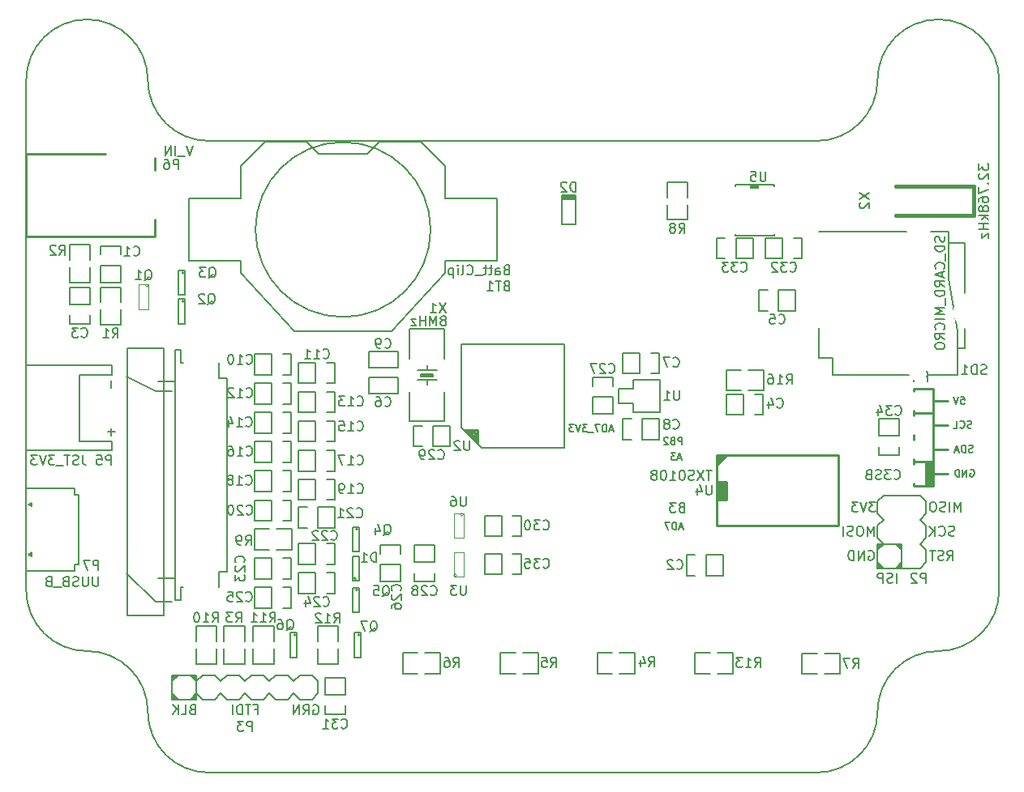
<source format=gbo>
G04 (created by PCBNEW (2013-mar-13)-testing) date Friday 12 April 2013 11:20:17 PM IST*
%MOIN*%
G04 Gerber Fmt 3.4, Leading zero omitted, Abs format*
%FSLAX34Y34*%
G01*
G70*
G90*
G04 APERTURE LIST*
%ADD10C,0.006*%
%ADD11C,0.005*%
%ADD12C,0.00590551*%
%ADD13C,0.0031*%
%ADD14C,0.01*%
%ADD15C,0.015*%
%ADD16C,0.008*%
%ADD17R,0.0394X0.0236*%
%ADD18R,0.0394X0.0315*%
%ADD19R,0.042X0.056*%
%ADD20R,0.056X0.042*%
%ADD21R,0.059X0.0512*%
%ADD22R,0.0512X0.059*%
%ADD23R,0.0472X0.0315*%
%ADD24R,0.02X0.05*%
%ADD25C,0.04*%
%ADD26R,0.06X0.06*%
%ADD27C,0.06*%
%ADD28R,0.0787X0.0177*%
%ADD29R,0.0177X0.0787*%
%ADD30C,0.4*%
%ADD31C,0.07*%
%ADD32R,0.07X0.07*%
%ADD33O,0.06X0.1*%
%ADD34C,0.155*%
%ADD35R,0.225X0.225*%
%ADD36C,0.6*%
%ADD37C,0.1*%
%ADD38R,0.1337X0.059*%
%ADD39R,0.1377X0.0392*%
%ADD40R,0.054X0.016*%
%ADD41R,0.056X0.063*%
%ADD42R,0.075X0.075*%
%ADD43C,0.075*%
%ADD44R,0.03X0.03*%
%ADD45R,0.125984X0.114173*%
%ADD46R,0.0551181X0.019685*%
%ADD47R,0.08X0.024*%
%ADD48R,0.06X0.03*%
%ADD49R,0.06X0.04*%
%ADD50R,0.08X0.06*%
%ADD51C,0.045*%
%ADD52R,0.0354X0.0394*%
%ADD53R,0.11811X0.0984252*%
%ADD54O,0.12X0.18*%
%ADD55R,0.12X0.18*%
%ADD56O,0.18X0.12*%
%ADD57R,0.3X0.1*%
G04 APERTURE END LIST*
G54D10*
G54D11*
X48810Y-32535D02*
X48839Y-32521D01*
X48882Y-32521D01*
X48925Y-32535D01*
X48953Y-32564D01*
X48967Y-32592D01*
X48982Y-32650D01*
X48982Y-32692D01*
X48967Y-32750D01*
X48953Y-32778D01*
X48925Y-32807D01*
X48882Y-32821D01*
X48853Y-32821D01*
X48810Y-32807D01*
X48796Y-32792D01*
X48796Y-32692D01*
X48853Y-32692D01*
X48667Y-32821D02*
X48667Y-32521D01*
X48496Y-32821D01*
X48496Y-32521D01*
X48353Y-32821D02*
X48353Y-32521D01*
X48282Y-32521D01*
X48239Y-32535D01*
X48210Y-32564D01*
X48196Y-32592D01*
X48182Y-32650D01*
X48182Y-32692D01*
X48196Y-32750D01*
X48210Y-32778D01*
X48239Y-32807D01*
X48282Y-32821D01*
X48353Y-32821D01*
X48910Y-31807D02*
X48867Y-31821D01*
X48796Y-31821D01*
X48767Y-31807D01*
X48753Y-31792D01*
X48739Y-31764D01*
X48739Y-31735D01*
X48753Y-31707D01*
X48767Y-31692D01*
X48796Y-31678D01*
X48853Y-31664D01*
X48882Y-31650D01*
X48896Y-31635D01*
X48910Y-31607D01*
X48910Y-31578D01*
X48896Y-31550D01*
X48882Y-31535D01*
X48853Y-31521D01*
X48782Y-31521D01*
X48739Y-31535D01*
X48610Y-31821D02*
X48610Y-31521D01*
X48539Y-31521D01*
X48496Y-31535D01*
X48467Y-31564D01*
X48453Y-31592D01*
X48439Y-31650D01*
X48439Y-31692D01*
X48453Y-31750D01*
X48467Y-31778D01*
X48496Y-31807D01*
X48539Y-31821D01*
X48610Y-31821D01*
X48325Y-31735D02*
X48182Y-31735D01*
X48353Y-31821D02*
X48253Y-31521D01*
X48153Y-31821D01*
X48871Y-30807D02*
X48828Y-30821D01*
X48757Y-30821D01*
X48728Y-30807D01*
X48714Y-30792D01*
X48700Y-30764D01*
X48700Y-30735D01*
X48714Y-30707D01*
X48728Y-30692D01*
X48757Y-30678D01*
X48814Y-30664D01*
X48842Y-30650D01*
X48857Y-30635D01*
X48871Y-30607D01*
X48871Y-30578D01*
X48857Y-30550D01*
X48842Y-30535D01*
X48814Y-30521D01*
X48742Y-30521D01*
X48700Y-30535D01*
X48400Y-30792D02*
X48414Y-30807D01*
X48457Y-30821D01*
X48485Y-30821D01*
X48528Y-30807D01*
X48557Y-30778D01*
X48571Y-30750D01*
X48585Y-30692D01*
X48585Y-30650D01*
X48571Y-30592D01*
X48557Y-30564D01*
X48528Y-30535D01*
X48485Y-30521D01*
X48457Y-30521D01*
X48414Y-30535D01*
X48400Y-30550D01*
X48128Y-30821D02*
X48271Y-30821D01*
X48271Y-30521D01*
G54D10*
X48428Y-29521D02*
X48571Y-29521D01*
X48585Y-29664D01*
X48571Y-29650D01*
X48542Y-29635D01*
X48471Y-29635D01*
X48442Y-29650D01*
X48428Y-29664D01*
X48414Y-29692D01*
X48414Y-29764D01*
X48428Y-29792D01*
X48442Y-29807D01*
X48471Y-29821D01*
X48542Y-29821D01*
X48571Y-29807D01*
X48585Y-29792D01*
X48328Y-29521D02*
X48228Y-29821D01*
X48128Y-29521D01*
G54D11*
X47500Y-40000D02*
G75*
G03X50000Y-37500I0J2500D01*
G74*
G01*
X42500Y-45000D02*
G75*
G03X45000Y-42500I0J2500D01*
G74*
G01*
X47500Y-40000D02*
G75*
G03X45000Y-42500I0J-2500D01*
G74*
G01*
X15000Y-42500D02*
G75*
G03X17500Y-45000I2500J0D01*
G74*
G01*
X10000Y-37500D02*
G75*
G03X12500Y-40000I2500J0D01*
G74*
G01*
X15000Y-42500D02*
G75*
G03X12500Y-40000I-2500J0D01*
G74*
G01*
X42500Y-19000D02*
G75*
G03X45000Y-16500I0J2500D01*
G74*
G01*
X50000Y-16500D02*
G75*
G03X47500Y-14000I-2500J0D01*
G74*
G01*
X47500Y-14000D02*
G75*
G03X45000Y-16500I0J-2500D01*
G74*
G01*
X15000Y-16500D02*
G75*
G03X17500Y-19000I2500J0D01*
G74*
G01*
X15000Y-16500D02*
G75*
G03X12500Y-14000I-2500J0D01*
G74*
G01*
X12500Y-14000D02*
G75*
G03X10000Y-16500I0J-2500D01*
G74*
G01*
X14150Y-38550D02*
X15650Y-38550D01*
X14150Y-27550D02*
X14150Y-38550D01*
X15650Y-27550D02*
X14150Y-27550D01*
X15650Y-38550D02*
X15650Y-27550D01*
X17500Y-19000D02*
X42500Y-19000D01*
X42500Y-45000D02*
X17500Y-45000D01*
X10000Y-37500D02*
X10000Y-16500D01*
X50000Y-16500D02*
X50000Y-37500D01*
G54D12*
X23628Y-37486D02*
G75*
G03X23628Y-37486I-39J0D01*
G74*
G01*
X23687Y-37900D02*
X23687Y-38411D01*
X23687Y-38411D02*
X23412Y-38411D01*
X23412Y-38411D02*
X23412Y-37388D01*
X23412Y-37388D02*
X23687Y-37388D01*
X23687Y-37388D02*
X23687Y-37900D01*
X16478Y-25611D02*
G75*
G03X16478Y-25611I-39J0D01*
G74*
G01*
X16537Y-26025D02*
X16537Y-26536D01*
X16537Y-26536D02*
X16262Y-26536D01*
X16262Y-26536D02*
X16262Y-25513D01*
X16262Y-25513D02*
X16537Y-25513D01*
X16537Y-25513D02*
X16537Y-26025D01*
X23628Y-34986D02*
G75*
G03X23628Y-34986I-39J0D01*
G74*
G01*
X23687Y-35400D02*
X23687Y-35911D01*
X23687Y-35911D02*
X23412Y-35911D01*
X23412Y-35911D02*
X23412Y-34888D01*
X23412Y-34888D02*
X23687Y-34888D01*
X23687Y-34888D02*
X23687Y-35400D01*
X21078Y-39336D02*
G75*
G03X21078Y-39336I-39J0D01*
G74*
G01*
X21137Y-39750D02*
X21137Y-40261D01*
X21137Y-40261D02*
X20862Y-40261D01*
X20862Y-40261D02*
X20862Y-39238D01*
X20862Y-39238D02*
X21137Y-39238D01*
X21137Y-39238D02*
X21137Y-39750D01*
X23550Y-37013D02*
G75*
G03X23550Y-37013I-39J0D01*
G74*
G01*
X23412Y-36600D02*
X23412Y-36088D01*
X23412Y-36088D02*
X23687Y-36088D01*
X23687Y-36088D02*
X23687Y-37111D01*
X23687Y-37111D02*
X23412Y-37111D01*
X23412Y-37111D02*
X23412Y-36600D01*
X23703Y-39336D02*
G75*
G03X23703Y-39336I-39J0D01*
G74*
G01*
X23762Y-39750D02*
X23762Y-40261D01*
X23762Y-40261D02*
X23487Y-40261D01*
X23487Y-40261D02*
X23487Y-39238D01*
X23487Y-39238D02*
X23762Y-39238D01*
X23762Y-39238D02*
X23762Y-39750D01*
X16478Y-24426D02*
G75*
G03X16478Y-24426I-39J0D01*
G74*
G01*
X16537Y-24840D02*
X16537Y-25351D01*
X16537Y-25351D02*
X16262Y-25351D01*
X16262Y-25351D02*
X16262Y-24328D01*
X16262Y-24328D02*
X16537Y-24328D01*
X16537Y-24328D02*
X16537Y-24840D01*
G54D13*
X15025Y-24962D02*
G75*
G03X15025Y-24962I-62J0D01*
G74*
G01*
X14625Y-25925D02*
X15025Y-25925D01*
X14625Y-24900D02*
X15025Y-24900D01*
X15025Y-25925D02*
X15025Y-24900D01*
X14625Y-24900D02*
X14625Y-25925D01*
G54D10*
X41625Y-25150D02*
X40925Y-25150D01*
X41625Y-26000D02*
X40925Y-26000D01*
X40475Y-25150D02*
X40125Y-25150D01*
X40125Y-26000D02*
X40475Y-26000D01*
X40925Y-26000D02*
X40925Y-25150D01*
X41625Y-26000D02*
X41625Y-25150D01*
X40125Y-26000D02*
X40125Y-25150D01*
X28850Y-35275D02*
X29550Y-35275D01*
X28850Y-34425D02*
X29550Y-34425D01*
X30000Y-35275D02*
X30350Y-35275D01*
X30350Y-34425D02*
X30000Y-34425D01*
X29550Y-34425D02*
X29550Y-35275D01*
X28850Y-34425D02*
X28850Y-35275D01*
X30350Y-34425D02*
X30350Y-35275D01*
X19400Y-34650D02*
X20100Y-34650D01*
X19400Y-33800D02*
X20100Y-33800D01*
X20550Y-34650D02*
X20900Y-34650D01*
X20900Y-33800D02*
X20550Y-33800D01*
X20100Y-33800D02*
X20100Y-34650D01*
X19400Y-33800D02*
X19400Y-34650D01*
X20900Y-33800D02*
X20900Y-34650D01*
X21200Y-31375D02*
X21900Y-31375D01*
X21200Y-30525D02*
X21900Y-30525D01*
X22350Y-31375D02*
X22700Y-31375D01*
X22700Y-30525D02*
X22350Y-30525D01*
X21900Y-30525D02*
X21900Y-31375D01*
X21200Y-30525D02*
X21200Y-31375D01*
X22700Y-30525D02*
X22700Y-31375D01*
X19400Y-33425D02*
X20100Y-33425D01*
X19400Y-32575D02*
X20100Y-32575D01*
X20550Y-33425D02*
X20900Y-33425D01*
X20900Y-32575D02*
X20550Y-32575D01*
X20100Y-32575D02*
X20100Y-33425D01*
X19400Y-32575D02*
X19400Y-33425D01*
X20900Y-32575D02*
X20900Y-33425D01*
X21200Y-32600D02*
X21900Y-32600D01*
X21200Y-31750D02*
X21900Y-31750D01*
X22350Y-32600D02*
X22700Y-32600D01*
X22700Y-31750D02*
X22350Y-31750D01*
X21900Y-31750D02*
X21900Y-32600D01*
X21200Y-31750D02*
X21200Y-32600D01*
X22700Y-31750D02*
X22700Y-32600D01*
X19400Y-28625D02*
X20100Y-28625D01*
X19400Y-27775D02*
X20100Y-27775D01*
X20550Y-28625D02*
X20900Y-28625D01*
X20900Y-27775D02*
X20550Y-27775D01*
X20100Y-27775D02*
X20100Y-28625D01*
X19400Y-27775D02*
X19400Y-28625D01*
X20900Y-27775D02*
X20900Y-28625D01*
X21200Y-30175D02*
X21900Y-30175D01*
X21200Y-29325D02*
X21900Y-29325D01*
X22350Y-30175D02*
X22700Y-30175D01*
X22700Y-29325D02*
X22350Y-29325D01*
X21900Y-29325D02*
X21900Y-30175D01*
X21200Y-29325D02*
X21200Y-30175D01*
X22700Y-29325D02*
X22700Y-30175D01*
X19400Y-31025D02*
X20100Y-31025D01*
X19400Y-30175D02*
X20100Y-30175D01*
X20550Y-31025D02*
X20900Y-31025D01*
X20900Y-30175D02*
X20550Y-30175D01*
X20100Y-30175D02*
X20100Y-31025D01*
X19400Y-30175D02*
X19400Y-31025D01*
X20900Y-30175D02*
X20900Y-31025D01*
X21200Y-28975D02*
X21900Y-28975D01*
X21200Y-28125D02*
X21900Y-28125D01*
X22350Y-28975D02*
X22700Y-28975D01*
X22700Y-28125D02*
X22350Y-28125D01*
X21900Y-28125D02*
X21900Y-28975D01*
X21200Y-28125D02*
X21200Y-28975D01*
X22700Y-28125D02*
X22700Y-28975D01*
X21200Y-33775D02*
X21900Y-33775D01*
X21200Y-32925D02*
X21900Y-32925D01*
X22350Y-33775D02*
X22700Y-33775D01*
X22700Y-32925D02*
X22350Y-32925D01*
X21900Y-32925D02*
X21900Y-33775D01*
X21200Y-32925D02*
X21200Y-33775D01*
X22700Y-32925D02*
X22700Y-33775D01*
X21200Y-37625D02*
X21900Y-37625D01*
X21200Y-36775D02*
X21900Y-36775D01*
X22350Y-37625D02*
X22700Y-37625D01*
X22700Y-36775D02*
X22350Y-36775D01*
X21900Y-36775D02*
X21900Y-37625D01*
X21200Y-36775D02*
X21200Y-37625D01*
X22700Y-36775D02*
X22700Y-37625D01*
X19400Y-32225D02*
X20100Y-32225D01*
X19400Y-31375D02*
X20100Y-31375D01*
X20550Y-32225D02*
X20900Y-32225D01*
X20900Y-31375D02*
X20550Y-31375D01*
X20100Y-31375D02*
X20100Y-32225D01*
X19400Y-31375D02*
X19400Y-32225D01*
X20900Y-31375D02*
X20900Y-32225D01*
X21200Y-36425D02*
X21900Y-36425D01*
X21200Y-35575D02*
X21900Y-35575D01*
X22350Y-36425D02*
X22700Y-36425D01*
X22700Y-35575D02*
X22350Y-35575D01*
X21900Y-35575D02*
X21900Y-36425D01*
X21200Y-35575D02*
X21200Y-36425D01*
X22700Y-35575D02*
X22700Y-36425D01*
X34525Y-28575D02*
X35225Y-28575D01*
X34525Y-27725D02*
X35225Y-27725D01*
X35675Y-28575D02*
X36025Y-28575D01*
X36025Y-27725D02*
X35675Y-27725D01*
X35225Y-27725D02*
X35225Y-28575D01*
X34525Y-27725D02*
X34525Y-28575D01*
X36025Y-27725D02*
X36025Y-28575D01*
X22700Y-34075D02*
X22000Y-34075D01*
X22700Y-34925D02*
X22000Y-34925D01*
X21550Y-34075D02*
X21200Y-34075D01*
X21200Y-34925D02*
X21550Y-34925D01*
X22000Y-34925D02*
X22000Y-34075D01*
X22700Y-34925D02*
X22700Y-34075D01*
X21200Y-34925D02*
X21200Y-34075D01*
X19400Y-37025D02*
X20100Y-37025D01*
X19400Y-36175D02*
X20100Y-36175D01*
X20550Y-37025D02*
X20900Y-37025D01*
X20900Y-36175D02*
X20550Y-36175D01*
X20100Y-36175D02*
X20100Y-37025D01*
X19400Y-36175D02*
X19400Y-37025D01*
X20900Y-36175D02*
X20900Y-37025D01*
X19400Y-38225D02*
X20100Y-38225D01*
X19400Y-37375D02*
X20100Y-37375D01*
X20550Y-38225D02*
X20900Y-38225D01*
X20900Y-37375D02*
X20550Y-37375D01*
X20100Y-37375D02*
X20100Y-38225D01*
X19400Y-37375D02*
X19400Y-38225D01*
X20900Y-37375D02*
X20900Y-38225D01*
X19400Y-29825D02*
X20100Y-29825D01*
X19400Y-28975D02*
X20100Y-28975D01*
X20550Y-29825D02*
X20900Y-29825D01*
X20900Y-28975D02*
X20550Y-28975D01*
X20100Y-28975D02*
X20100Y-29825D01*
X19400Y-28975D02*
X19400Y-29825D01*
X20900Y-28975D02*
X20900Y-29825D01*
X25950Y-35650D02*
X25950Y-36350D01*
X26800Y-35650D02*
X26800Y-36350D01*
X25950Y-36800D02*
X25950Y-37150D01*
X26800Y-37150D02*
X26800Y-36800D01*
X26800Y-36350D02*
X25950Y-36350D01*
X26800Y-35650D02*
X25950Y-35650D01*
X26800Y-37150D02*
X25950Y-37150D01*
X13900Y-25950D02*
X13900Y-26575D01*
X13900Y-26575D02*
X13050Y-26575D01*
X13050Y-26575D02*
X13050Y-25950D01*
X13050Y-25650D02*
X13050Y-25050D01*
X13050Y-25050D02*
X13050Y-25025D01*
X13050Y-25025D02*
X13900Y-25025D01*
X13900Y-25025D02*
X13900Y-25650D01*
X21975Y-39600D02*
X21975Y-38975D01*
X21975Y-38975D02*
X22825Y-38975D01*
X22825Y-38975D02*
X22825Y-39600D01*
X22825Y-39900D02*
X22825Y-40500D01*
X22825Y-40500D02*
X22825Y-40525D01*
X22825Y-40525D02*
X21975Y-40525D01*
X21975Y-40525D02*
X21975Y-39900D01*
X20175Y-39900D02*
X20175Y-40525D01*
X20175Y-40525D02*
X19325Y-40525D01*
X19325Y-40525D02*
X19325Y-39900D01*
X19325Y-39600D02*
X19325Y-39000D01*
X19325Y-39000D02*
X19325Y-38975D01*
X19325Y-38975D02*
X20175Y-38975D01*
X20175Y-38975D02*
X20175Y-39600D01*
X20000Y-35825D02*
X19375Y-35825D01*
X19375Y-35825D02*
X19375Y-34975D01*
X19375Y-34975D02*
X20000Y-34975D01*
X20300Y-34975D02*
X20900Y-34975D01*
X20900Y-34975D02*
X20925Y-34975D01*
X20925Y-34975D02*
X20925Y-35825D01*
X20925Y-35825D02*
X20300Y-35825D01*
X18125Y-39600D02*
X18125Y-38975D01*
X18125Y-38975D02*
X18975Y-38975D01*
X18975Y-38975D02*
X18975Y-39600D01*
X18975Y-39900D02*
X18975Y-40500D01*
X18975Y-40500D02*
X18975Y-40525D01*
X18975Y-40525D02*
X18125Y-40525D01*
X18125Y-40525D02*
X18125Y-39900D01*
X16975Y-39600D02*
X16975Y-38975D01*
X16975Y-38975D02*
X17825Y-38975D01*
X17825Y-38975D02*
X17825Y-39600D01*
X17825Y-39900D02*
X17825Y-40500D01*
X17825Y-40500D02*
X17825Y-40525D01*
X17825Y-40525D02*
X16975Y-40525D01*
X16975Y-40525D02*
X16975Y-39900D01*
X39700Y-28425D02*
X40325Y-28425D01*
X40325Y-28425D02*
X40325Y-29275D01*
X40325Y-29275D02*
X39700Y-29275D01*
X39400Y-29275D02*
X38800Y-29275D01*
X38800Y-29275D02*
X38775Y-29275D01*
X38775Y-29275D02*
X38775Y-28425D01*
X38775Y-28425D02*
X39400Y-28425D01*
X11775Y-23900D02*
X11775Y-23275D01*
X11775Y-23275D02*
X12625Y-23275D01*
X12625Y-23275D02*
X12625Y-23900D01*
X12625Y-24200D02*
X12625Y-24800D01*
X12625Y-24800D02*
X12625Y-24825D01*
X12625Y-24825D02*
X11775Y-24825D01*
X11775Y-24825D02*
X11775Y-24200D01*
X25400Y-37150D02*
X25400Y-36450D01*
X24550Y-37150D02*
X24550Y-36450D01*
X25400Y-36000D02*
X25400Y-35650D01*
X24550Y-35650D02*
X24550Y-36000D01*
X24550Y-36450D02*
X25400Y-36450D01*
X24550Y-37150D02*
X25400Y-37150D01*
X24550Y-35650D02*
X25400Y-35650D01*
X38800Y-30275D02*
X39500Y-30275D01*
X38800Y-29425D02*
X39500Y-29425D01*
X39950Y-30275D02*
X40300Y-30275D01*
X40300Y-29425D02*
X39950Y-29425D01*
X39500Y-29425D02*
X39500Y-30275D01*
X38800Y-29425D02*
X38800Y-30275D01*
X40300Y-29425D02*
X40300Y-30275D01*
X38650Y-36050D02*
X37950Y-36050D01*
X38650Y-36900D02*
X37950Y-36900D01*
X37500Y-36050D02*
X37150Y-36050D01*
X37150Y-36900D02*
X37500Y-36900D01*
X37950Y-36900D02*
X37950Y-36050D01*
X38650Y-36900D02*
X38650Y-36050D01*
X37150Y-36900D02*
X37150Y-36050D01*
X13900Y-24825D02*
X13900Y-24125D01*
X13050Y-24825D02*
X13050Y-24125D01*
X13900Y-23675D02*
X13900Y-23325D01*
X13050Y-23325D02*
X13050Y-23675D01*
X13050Y-24125D02*
X13900Y-24125D01*
X13050Y-24825D02*
X13900Y-24825D01*
X13050Y-23325D02*
X13900Y-23325D01*
X36025Y-30450D02*
X35325Y-30450D01*
X36025Y-31300D02*
X35325Y-31300D01*
X34875Y-30450D02*
X34525Y-30450D01*
X34525Y-31300D02*
X34875Y-31300D01*
X35325Y-31300D02*
X35325Y-30450D01*
X36025Y-31300D02*
X36025Y-30450D01*
X34525Y-31300D02*
X34525Y-30450D01*
X27425Y-30725D02*
X26725Y-30725D01*
X27425Y-31575D02*
X26725Y-31575D01*
X26275Y-30725D02*
X25925Y-30725D01*
X25925Y-31575D02*
X26275Y-31575D01*
X26725Y-31575D02*
X26725Y-30725D01*
X27425Y-31575D02*
X27425Y-30725D01*
X25925Y-31575D02*
X25925Y-30725D01*
X11775Y-25025D02*
X11775Y-25725D01*
X12625Y-25025D02*
X12625Y-25725D01*
X11775Y-26175D02*
X11775Y-26525D01*
X12625Y-26525D02*
X12625Y-26175D01*
X12625Y-25725D02*
X11775Y-25725D01*
X12625Y-25025D02*
X11775Y-25025D01*
X12625Y-26525D02*
X11775Y-26525D01*
X34125Y-30250D02*
X34125Y-29550D01*
X33275Y-30250D02*
X33275Y-29550D01*
X34125Y-29100D02*
X34125Y-28750D01*
X33275Y-28750D02*
X33275Y-29100D01*
X33275Y-29550D02*
X34125Y-29550D01*
X33275Y-30250D02*
X34125Y-30250D01*
X33275Y-28750D02*
X34125Y-28750D01*
X34950Y-29200D02*
X34950Y-28825D01*
X34950Y-28825D02*
X36050Y-28825D01*
X36050Y-28825D02*
X36050Y-30150D01*
X36050Y-30150D02*
X36050Y-30175D01*
X36050Y-30175D02*
X34950Y-30175D01*
X34950Y-30175D02*
X34950Y-29800D01*
X34950Y-29800D02*
X34350Y-29800D01*
X34350Y-29800D02*
X34350Y-29500D01*
X34350Y-29500D02*
X34350Y-29200D01*
X34350Y-29200D02*
X34950Y-29200D01*
G54D14*
X38600Y-31950D02*
X38600Y-32125D01*
X38500Y-31950D02*
X38500Y-32225D01*
X38400Y-32325D02*
X38775Y-31950D01*
X38475Y-33775D02*
X38475Y-33025D01*
X38575Y-33025D02*
X38575Y-33775D01*
X38675Y-33775D02*
X38675Y-33025D01*
X38400Y-33775D02*
X38775Y-33775D01*
X38775Y-33775D02*
X38775Y-33400D01*
X38775Y-33400D02*
X38775Y-33025D01*
X38775Y-33025D02*
X38400Y-33025D01*
X43400Y-31950D02*
X43400Y-34850D01*
X38400Y-34850D02*
X38400Y-31950D01*
X43400Y-31950D02*
X38400Y-31950D01*
X38400Y-34850D02*
X43400Y-34850D01*
G54D10*
X34400Y-40075D02*
X35025Y-40075D01*
X35025Y-40075D02*
X35025Y-40925D01*
X35025Y-40925D02*
X34400Y-40925D01*
X34100Y-40925D02*
X33500Y-40925D01*
X33500Y-40925D02*
X33475Y-40925D01*
X33475Y-40925D02*
X33475Y-40075D01*
X33475Y-40075D02*
X34100Y-40075D01*
X30425Y-40075D02*
X31050Y-40075D01*
X31050Y-40075D02*
X31050Y-40925D01*
X31050Y-40925D02*
X30425Y-40925D01*
X30125Y-40925D02*
X29525Y-40925D01*
X29525Y-40925D02*
X29500Y-40925D01*
X29500Y-40925D02*
X29500Y-40075D01*
X29500Y-40075D02*
X30125Y-40075D01*
X26400Y-40075D02*
X27025Y-40075D01*
X27025Y-40075D02*
X27025Y-40925D01*
X27025Y-40925D02*
X26400Y-40925D01*
X26100Y-40925D02*
X25500Y-40925D01*
X25500Y-40925D02*
X25475Y-40925D01*
X25475Y-40925D02*
X25475Y-40075D01*
X25475Y-40075D02*
X26100Y-40075D01*
X42525Y-40950D02*
X41900Y-40950D01*
X41900Y-40950D02*
X41900Y-40100D01*
X41900Y-40100D02*
X42525Y-40100D01*
X42825Y-40100D02*
X43425Y-40100D01*
X43425Y-40100D02*
X43450Y-40100D01*
X43450Y-40100D02*
X43450Y-40950D01*
X43450Y-40950D02*
X42825Y-40950D01*
X16850Y-41975D02*
X16850Y-41925D01*
X16900Y-41975D02*
X16900Y-41875D01*
X16950Y-41975D02*
X16950Y-41825D01*
X16150Y-41975D02*
X16150Y-41925D01*
X16100Y-41975D02*
X16100Y-41875D01*
X16050Y-41975D02*
X16050Y-41825D01*
X16150Y-41025D02*
X16150Y-41075D01*
X16100Y-41025D02*
X16100Y-41125D01*
X16050Y-41025D02*
X16050Y-41175D01*
X16850Y-41025D02*
X16850Y-41075D01*
X16900Y-41025D02*
X16900Y-41100D01*
X16950Y-41025D02*
X16950Y-41175D01*
X16750Y-42000D02*
X16975Y-42000D01*
X16975Y-42000D02*
X17000Y-42000D01*
X17000Y-42000D02*
X17000Y-41775D01*
X16000Y-41750D02*
X16000Y-42000D01*
X16000Y-42000D02*
X16250Y-42000D01*
X17000Y-41250D02*
X17000Y-41000D01*
X17000Y-41000D02*
X16750Y-41000D01*
X16000Y-41250D02*
X16000Y-41000D01*
X16000Y-41000D02*
X16250Y-41000D01*
X17000Y-41750D02*
X17000Y-41250D01*
X16000Y-41750D02*
X16000Y-41250D01*
X16000Y-41250D02*
X16250Y-41000D01*
X16250Y-41000D02*
X16750Y-41000D01*
X16750Y-41000D02*
X17000Y-41250D01*
X17000Y-41250D02*
X17250Y-41000D01*
X17250Y-41000D02*
X17750Y-41000D01*
X17750Y-41000D02*
X18000Y-41250D01*
X18000Y-41250D02*
X18250Y-41000D01*
X18250Y-41000D02*
X18750Y-41000D01*
X18750Y-41000D02*
X19000Y-41250D01*
X19000Y-41250D02*
X19250Y-41000D01*
X19250Y-41000D02*
X19750Y-41000D01*
X19750Y-41000D02*
X20000Y-41250D01*
X20000Y-41250D02*
X20250Y-41000D01*
X20250Y-41000D02*
X20750Y-41000D01*
X20750Y-41000D02*
X21000Y-41250D01*
X21000Y-41250D02*
X21250Y-41000D01*
X21250Y-41000D02*
X21750Y-41000D01*
X21750Y-41000D02*
X22000Y-41250D01*
X22000Y-41250D02*
X22000Y-41750D01*
X22000Y-41750D02*
X21750Y-42000D01*
X21750Y-42000D02*
X21250Y-42000D01*
X21250Y-42000D02*
X21000Y-41750D01*
X21000Y-41750D02*
X20750Y-42000D01*
X20750Y-42000D02*
X20250Y-42000D01*
X20250Y-42000D02*
X20000Y-41750D01*
X20000Y-41750D02*
X19750Y-42000D01*
X19750Y-42000D02*
X19250Y-42000D01*
X19250Y-42000D02*
X19000Y-41750D01*
X19000Y-41750D02*
X18750Y-42000D01*
X18750Y-42000D02*
X18250Y-42000D01*
X18250Y-42000D02*
X18000Y-41750D01*
X18000Y-41750D02*
X17750Y-42000D01*
X17750Y-42000D02*
X17250Y-42000D01*
X17250Y-42000D02*
X17000Y-41750D01*
X17000Y-41750D02*
X16750Y-42000D01*
X16750Y-42000D02*
X16250Y-42000D01*
X16250Y-42000D02*
X16000Y-41750D01*
X22275Y-41100D02*
X22275Y-41800D01*
X23125Y-41100D02*
X23125Y-41800D01*
X22275Y-42250D02*
X22275Y-42600D01*
X23125Y-42600D02*
X23125Y-42250D01*
X23125Y-41800D02*
X22275Y-41800D01*
X23125Y-41100D02*
X22275Y-41100D01*
X23125Y-42600D02*
X22275Y-42600D01*
X28350Y-31150D02*
X28275Y-31150D01*
X28350Y-31150D02*
X28350Y-31225D01*
X28400Y-31100D02*
X28225Y-31100D01*
X28400Y-31100D02*
X28400Y-31275D01*
X28450Y-31050D02*
X28175Y-31050D01*
X28450Y-31050D02*
X28450Y-31325D01*
X28500Y-31000D02*
X28125Y-31000D01*
X28500Y-31000D02*
X28500Y-31375D01*
X28550Y-30950D02*
X28075Y-30950D01*
X28550Y-30950D02*
X28550Y-31425D01*
X27975Y-30900D02*
X28600Y-30900D01*
X28600Y-30900D02*
X28600Y-31500D01*
X28725Y-31625D02*
X32125Y-31625D01*
X32125Y-31625D02*
X32125Y-27375D01*
X32125Y-27375D02*
X27875Y-27375D01*
X27875Y-27375D02*
X27875Y-30800D01*
X27875Y-30800D02*
X28725Y-31625D01*
G54D14*
X46500Y-33100D02*
X46500Y-33200D01*
X46500Y-32100D02*
X46500Y-32300D01*
X46500Y-31100D02*
X46500Y-31300D01*
X46500Y-30100D02*
X46500Y-30300D01*
X46500Y-29200D02*
X46500Y-29300D01*
X47000Y-32200D02*
X47000Y-33200D01*
X47100Y-32200D02*
X47100Y-33200D01*
X47200Y-32200D02*
X47200Y-33200D01*
X46500Y-32200D02*
X47300Y-32200D01*
X47300Y-32700D02*
X47900Y-32700D01*
X47300Y-31700D02*
X47900Y-31700D01*
X47300Y-30700D02*
X47900Y-30700D01*
X47300Y-29700D02*
X47900Y-29700D01*
X46500Y-30200D02*
X47300Y-30200D01*
X46500Y-29200D02*
X47300Y-29200D01*
X47300Y-29200D02*
X47300Y-31200D01*
X47300Y-31200D02*
X47300Y-33200D01*
X47300Y-33200D02*
X46500Y-33200D01*
G54D13*
X27699Y-36888D02*
G75*
G03X27699Y-36888I-62J0D01*
G74*
G01*
X27975Y-35925D02*
X27575Y-35925D01*
X27975Y-36950D02*
X27575Y-36950D01*
X27575Y-35925D02*
X27575Y-36950D01*
X27975Y-36950D02*
X27975Y-35925D01*
G54D10*
X26625Y-22650D02*
G75*
G03X26625Y-22650I-3600J0D01*
G74*
G01*
X27225Y-24450D02*
X27225Y-23925D01*
X27225Y-23925D02*
X29350Y-23925D01*
X29350Y-23925D02*
X29350Y-21375D01*
X29350Y-21375D02*
X27225Y-21375D01*
X27225Y-21375D02*
X27225Y-20050D01*
X18825Y-24450D02*
X18825Y-23925D01*
X18825Y-23925D02*
X16700Y-23925D01*
X16700Y-23925D02*
X16700Y-21375D01*
X16700Y-21375D02*
X18825Y-21375D01*
X18825Y-21375D02*
X18825Y-20050D01*
G54D12*
X25025Y-26850D02*
X27225Y-24450D01*
X23025Y-26850D02*
X25025Y-26850D01*
X21025Y-26850D02*
X23025Y-26850D01*
X18825Y-24450D02*
X21025Y-26850D01*
X19825Y-19050D02*
X18825Y-20050D01*
X21525Y-19050D02*
X19825Y-19050D01*
X22025Y-19550D02*
X21525Y-19050D01*
X23025Y-19550D02*
X22025Y-19550D01*
X24025Y-19550D02*
X23025Y-19550D01*
X24525Y-19050D02*
X24025Y-19550D01*
X26225Y-19050D02*
X24525Y-19050D01*
X27225Y-20050D02*
X26225Y-19050D01*
G54D10*
X37200Y-21625D02*
X37200Y-22250D01*
X37200Y-22250D02*
X36350Y-22250D01*
X36350Y-22250D02*
X36350Y-21625D01*
X36350Y-21325D02*
X36350Y-20725D01*
X36350Y-20725D02*
X36350Y-20700D01*
X36350Y-20700D02*
X37200Y-20700D01*
X37200Y-20700D02*
X37200Y-21325D01*
X40400Y-23850D02*
X41100Y-23850D01*
X40400Y-23000D02*
X41100Y-23000D01*
X41550Y-23850D02*
X41900Y-23850D01*
X41900Y-23000D02*
X41550Y-23000D01*
X41100Y-23000D02*
X41100Y-23850D01*
X40400Y-23000D02*
X40400Y-23850D01*
X41900Y-23000D02*
X41900Y-23850D01*
X46750Y-36600D02*
X47000Y-36350D01*
X46750Y-35600D02*
X47000Y-35350D01*
X47000Y-35850D02*
X46750Y-35600D01*
X46750Y-34600D02*
X47000Y-34350D01*
X47000Y-34850D02*
X46750Y-34600D01*
X47000Y-33850D02*
X46750Y-33600D01*
X45250Y-33600D02*
X45000Y-33850D01*
X45250Y-34600D02*
X45000Y-34850D01*
X45000Y-34350D02*
X45250Y-34600D01*
X45250Y-35600D02*
X45000Y-35850D01*
X45000Y-35350D02*
X45250Y-35600D01*
X45000Y-36350D02*
X45250Y-36600D01*
X46750Y-33600D02*
X45250Y-33600D01*
X45000Y-33850D02*
X45000Y-34350D01*
X45000Y-34850D02*
X45000Y-35350D01*
X45000Y-35850D02*
X45000Y-36350D01*
X45250Y-36600D02*
X46750Y-36600D01*
X47000Y-36350D02*
X47000Y-35850D01*
X47000Y-35350D02*
X47000Y-34850D01*
X47000Y-34350D02*
X47000Y-33850D01*
X45000Y-35600D02*
X45000Y-35850D01*
X45250Y-35600D02*
X45000Y-35600D01*
X45000Y-36600D02*
X45250Y-36600D01*
X45000Y-36350D02*
X45000Y-36600D01*
X45750Y-35600D02*
X45250Y-35600D01*
X46000Y-35600D02*
X45750Y-35600D01*
X46000Y-36350D02*
X46000Y-36600D01*
X46000Y-35850D02*
X46000Y-36350D01*
X46000Y-35600D02*
X46000Y-35850D01*
X46000Y-36350D02*
X45750Y-36600D01*
X45750Y-35600D02*
X46000Y-35850D01*
X45000Y-35650D02*
X45200Y-35650D01*
X45000Y-35700D02*
X45150Y-35700D01*
X45000Y-35750D02*
X45100Y-35750D01*
X45000Y-36550D02*
X45200Y-36550D01*
X45000Y-36500D02*
X45150Y-36500D01*
X45000Y-36450D02*
X45100Y-36450D01*
X46000Y-36550D02*
X45800Y-36550D01*
X46000Y-36500D02*
X45850Y-36500D01*
X46000Y-36450D02*
X45900Y-36450D01*
X46000Y-35650D02*
X45800Y-35650D01*
X46000Y-35700D02*
X45850Y-35700D01*
X46000Y-35750D02*
X45900Y-35750D01*
X38425Y-40075D02*
X39050Y-40075D01*
X39050Y-40075D02*
X39050Y-40925D01*
X39050Y-40925D02*
X38425Y-40925D01*
X38125Y-40925D02*
X37525Y-40925D01*
X37525Y-40925D02*
X37500Y-40925D01*
X37500Y-40925D02*
X37500Y-40075D01*
X37500Y-40075D02*
X38125Y-40075D01*
X39875Y-23000D02*
X39175Y-23000D01*
X39875Y-23850D02*
X39175Y-23850D01*
X38725Y-23000D02*
X38375Y-23000D01*
X38375Y-23850D02*
X38725Y-23850D01*
X39175Y-23850D02*
X39175Y-23000D01*
X39875Y-23850D02*
X39875Y-23000D01*
X38375Y-23850D02*
X38375Y-23000D01*
X45050Y-30450D02*
X45050Y-31150D01*
X45900Y-30450D02*
X45900Y-31150D01*
X45050Y-31600D02*
X45050Y-31950D01*
X45900Y-31950D02*
X45900Y-31600D01*
X45900Y-31150D02*
X45050Y-31150D01*
X45900Y-30450D02*
X45050Y-30450D01*
X45900Y-31950D02*
X45050Y-31950D01*
X10000Y-28250D02*
X13525Y-28250D01*
X10000Y-30000D02*
X10000Y-31750D01*
X10000Y-31750D02*
X13525Y-31750D01*
X13525Y-31750D02*
X13525Y-31375D01*
X13525Y-31375D02*
X12175Y-31375D01*
X12175Y-31375D02*
X12175Y-28625D01*
X12175Y-28625D02*
X13525Y-28625D01*
X13525Y-28625D02*
X13525Y-28250D01*
X10000Y-28250D02*
X10000Y-30000D01*
X12150Y-35000D02*
X12150Y-33575D01*
X12150Y-33575D02*
X11975Y-33575D01*
X12150Y-36425D02*
X11975Y-36425D01*
X12150Y-35000D02*
X12150Y-36425D01*
X11975Y-36425D02*
X11975Y-36700D01*
X11975Y-36700D02*
X10000Y-36700D01*
X10000Y-36700D02*
X10000Y-35000D01*
X10000Y-35000D02*
X10000Y-33300D01*
X10000Y-33300D02*
X11975Y-33300D01*
X11975Y-33300D02*
X11975Y-33575D01*
X10225Y-33975D02*
X10075Y-33975D01*
X10225Y-36025D02*
X10075Y-36025D01*
X10225Y-36025D02*
X10225Y-36100D01*
X10225Y-36100D02*
X10075Y-36025D01*
X10075Y-36025D02*
X10225Y-35950D01*
X10225Y-35950D02*
X10225Y-36025D01*
X10225Y-34050D02*
X10225Y-33900D01*
X10225Y-33900D02*
X10075Y-33975D01*
X10075Y-33975D02*
X10225Y-34050D01*
G54D13*
X27975Y-34387D02*
G75*
G03X27975Y-34387I-62J0D01*
G74*
G01*
X27575Y-35350D02*
X27975Y-35350D01*
X27575Y-34325D02*
X27975Y-34325D01*
X27975Y-35350D02*
X27975Y-34325D01*
X27575Y-34325D02*
X27575Y-35350D01*
G54D10*
X28850Y-36850D02*
X29550Y-36850D01*
X28850Y-36000D02*
X29550Y-36000D01*
X30000Y-36850D02*
X30350Y-36850D01*
X30350Y-36000D02*
X30000Y-36000D01*
X29550Y-36000D02*
X29550Y-36850D01*
X28850Y-36000D02*
X28850Y-36850D01*
X30350Y-36000D02*
X30350Y-36850D01*
X32025Y-22425D02*
X32025Y-21250D01*
X32575Y-22425D02*
X32575Y-21250D01*
X32575Y-21350D02*
X32025Y-21350D01*
X32575Y-22425D02*
X32025Y-22425D01*
X32025Y-21400D02*
X32575Y-21400D01*
X32025Y-21300D02*
X32575Y-21300D01*
X32575Y-21250D02*
X32025Y-21250D01*
X16369Y-37887D02*
X16113Y-37887D01*
X16369Y-37356D02*
X16369Y-37887D01*
X16468Y-37356D02*
X16369Y-37356D01*
X16369Y-27612D02*
X16113Y-27612D01*
X16369Y-28143D02*
X16369Y-27612D01*
X16468Y-28143D02*
X16369Y-28143D01*
X16113Y-27612D02*
X16113Y-37887D01*
X17925Y-37356D02*
X17925Y-36726D01*
X17925Y-28773D02*
X17925Y-28143D01*
X18239Y-28773D02*
X17925Y-28773D01*
X18239Y-36726D02*
X18239Y-28773D01*
X17925Y-36726D02*
X18239Y-36726D01*
X16109Y-36985D02*
X15420Y-36985D01*
X16109Y-28914D02*
X15420Y-28914D01*
X14134Y-28714D02*
X15315Y-29305D01*
X15315Y-29305D02*
X16004Y-29305D01*
X15315Y-37966D02*
X16004Y-37966D01*
X15315Y-37966D02*
X14134Y-36785D01*
X40750Y-20875D02*
X40675Y-20800D01*
X39800Y-20900D02*
X40100Y-20900D01*
X39800Y-20850D02*
X40100Y-20850D01*
X39800Y-20800D02*
X39800Y-20950D01*
X39800Y-20950D02*
X40100Y-20950D01*
X40100Y-20950D02*
X40100Y-20800D01*
X40750Y-22825D02*
X40750Y-22900D01*
X40750Y-22900D02*
X39150Y-22900D01*
X39150Y-22900D02*
X39150Y-22825D01*
X39150Y-20875D02*
X39150Y-20800D01*
X39150Y-20800D02*
X40750Y-20800D01*
X40750Y-20800D02*
X40750Y-20875D01*
X48600Y-27550D02*
X48600Y-23200D01*
X48600Y-27550D02*
X48300Y-27550D01*
X48600Y-23200D02*
X47950Y-23200D01*
X48300Y-27525D02*
X48300Y-26850D01*
X48300Y-26850D02*
X47925Y-24675D01*
X47925Y-23200D02*
X47925Y-24675D01*
X46200Y-22725D02*
X42600Y-22725D01*
X42600Y-27925D02*
X42600Y-26700D01*
X46275Y-28625D02*
X43150Y-28625D01*
X43150Y-28625D02*
X43150Y-27925D01*
X43150Y-27925D02*
X42600Y-27925D01*
X47100Y-28625D02*
X48300Y-28625D01*
X48300Y-28625D02*
X48300Y-27525D01*
X47200Y-22725D02*
X47925Y-22725D01*
X47925Y-22725D02*
X47925Y-23200D01*
X25275Y-29075D02*
X25275Y-28750D01*
X25275Y-28750D02*
X24075Y-28750D01*
X24075Y-28750D02*
X24075Y-29400D01*
X24075Y-29400D02*
X25275Y-29400D01*
X25275Y-29400D02*
X25275Y-29075D01*
X25275Y-28000D02*
X25275Y-27675D01*
X25275Y-27675D02*
X24075Y-27675D01*
X24075Y-27675D02*
X24075Y-28325D01*
X24075Y-28325D02*
X25275Y-28325D01*
X25275Y-28325D02*
X25275Y-28000D01*
X26475Y-28850D02*
X26475Y-29050D01*
X26475Y-28450D02*
X26475Y-28250D01*
X26075Y-28450D02*
X26875Y-28450D01*
X26875Y-28850D02*
X26075Y-28850D01*
X26725Y-28600D02*
X26225Y-28600D01*
X26725Y-28700D02*
X26225Y-28700D01*
X26725Y-28650D02*
X26225Y-28650D01*
X26725Y-28700D02*
X26725Y-28600D01*
X26225Y-28600D02*
X26225Y-28700D01*
X27200Y-27975D02*
X27200Y-26750D01*
X27200Y-26750D02*
X25750Y-26750D01*
X25750Y-26750D02*
X25750Y-27975D01*
X27200Y-29325D02*
X27200Y-30550D01*
X27200Y-30550D02*
X25750Y-30550D01*
X25750Y-30550D02*
X25750Y-29350D01*
G54D14*
X11475Y-19525D02*
X13245Y-19525D01*
X9975Y-19525D02*
X11475Y-19525D01*
X15275Y-19695D02*
X15275Y-20215D01*
X15275Y-22925D02*
X15275Y-22235D01*
X10275Y-22925D02*
X9975Y-22925D01*
X9975Y-22925D02*
X9975Y-19525D01*
X10275Y-22925D02*
X15275Y-22925D01*
G54D15*
X45750Y-20875D02*
X48950Y-20875D01*
X48950Y-20875D02*
X48950Y-22075D01*
X48950Y-22075D02*
X45750Y-22075D01*
G54D10*
X24638Y-37750D02*
X24676Y-37730D01*
X24714Y-37692D01*
X24771Y-37635D01*
X24809Y-37616D01*
X24847Y-37616D01*
X24828Y-37711D02*
X24866Y-37692D01*
X24904Y-37654D01*
X24923Y-37578D01*
X24923Y-37445D01*
X24904Y-37369D01*
X24866Y-37330D01*
X24828Y-37311D01*
X24752Y-37311D01*
X24714Y-37330D01*
X24676Y-37369D01*
X24657Y-37445D01*
X24657Y-37578D01*
X24676Y-37654D01*
X24714Y-37692D01*
X24752Y-37711D01*
X24828Y-37711D01*
X24295Y-37311D02*
X24485Y-37311D01*
X24504Y-37502D01*
X24485Y-37483D01*
X24447Y-37464D01*
X24352Y-37464D01*
X24314Y-37483D01*
X24295Y-37502D01*
X24276Y-37540D01*
X24276Y-37635D01*
X24295Y-37673D01*
X24314Y-37692D01*
X24352Y-37711D01*
X24447Y-37711D01*
X24485Y-37692D01*
X24504Y-37673D01*
X17463Y-25725D02*
X17501Y-25705D01*
X17539Y-25667D01*
X17596Y-25610D01*
X17634Y-25591D01*
X17672Y-25591D01*
X17653Y-25686D02*
X17691Y-25667D01*
X17729Y-25629D01*
X17748Y-25553D01*
X17748Y-25420D01*
X17729Y-25344D01*
X17691Y-25305D01*
X17653Y-25286D01*
X17577Y-25286D01*
X17539Y-25305D01*
X17501Y-25344D01*
X17482Y-25420D01*
X17482Y-25553D01*
X17501Y-25629D01*
X17539Y-25667D01*
X17577Y-25686D01*
X17653Y-25686D01*
X17329Y-25325D02*
X17310Y-25305D01*
X17272Y-25286D01*
X17177Y-25286D01*
X17139Y-25305D01*
X17120Y-25325D01*
X17101Y-25363D01*
X17101Y-25401D01*
X17120Y-25458D01*
X17348Y-25686D01*
X17101Y-25686D01*
X24688Y-35225D02*
X24726Y-35205D01*
X24764Y-35167D01*
X24821Y-35110D01*
X24859Y-35091D01*
X24897Y-35091D01*
X24878Y-35186D02*
X24916Y-35167D01*
X24954Y-35129D01*
X24973Y-35053D01*
X24973Y-34920D01*
X24954Y-34844D01*
X24916Y-34805D01*
X24878Y-34786D01*
X24802Y-34786D01*
X24764Y-34805D01*
X24726Y-34844D01*
X24707Y-34920D01*
X24707Y-35053D01*
X24726Y-35129D01*
X24764Y-35167D01*
X24802Y-35186D01*
X24878Y-35186D01*
X24364Y-34920D02*
X24364Y-35186D01*
X24459Y-34767D02*
X24554Y-35053D01*
X24307Y-35053D01*
X20688Y-39150D02*
X20726Y-39130D01*
X20764Y-39092D01*
X20821Y-39035D01*
X20859Y-39016D01*
X20897Y-39016D01*
X20878Y-39111D02*
X20916Y-39092D01*
X20954Y-39054D01*
X20973Y-38978D01*
X20973Y-38845D01*
X20954Y-38769D01*
X20916Y-38730D01*
X20878Y-38711D01*
X20802Y-38711D01*
X20764Y-38730D01*
X20726Y-38769D01*
X20707Y-38845D01*
X20707Y-38978D01*
X20726Y-39054D01*
X20764Y-39092D01*
X20802Y-39111D01*
X20878Y-39111D01*
X20364Y-38711D02*
X20440Y-38711D01*
X20478Y-38730D01*
X20497Y-38750D01*
X20535Y-38807D01*
X20554Y-38883D01*
X20554Y-39035D01*
X20535Y-39073D01*
X20516Y-39092D01*
X20478Y-39111D01*
X20402Y-39111D01*
X20364Y-39092D01*
X20345Y-39073D01*
X20326Y-39035D01*
X20326Y-38940D01*
X20345Y-38902D01*
X20364Y-38883D01*
X20402Y-38864D01*
X20478Y-38864D01*
X20516Y-38883D01*
X20535Y-38902D01*
X20554Y-38940D01*
X24395Y-36336D02*
X24395Y-35936D01*
X24299Y-35936D01*
X24242Y-35955D01*
X24204Y-35994D01*
X24185Y-36032D01*
X24166Y-36108D01*
X24166Y-36165D01*
X24185Y-36241D01*
X24204Y-36279D01*
X24242Y-36317D01*
X24299Y-36336D01*
X24395Y-36336D01*
X23785Y-36336D02*
X24014Y-36336D01*
X23899Y-36336D02*
X23899Y-35936D01*
X23938Y-35994D01*
X23976Y-36032D01*
X24014Y-36051D01*
X24138Y-39200D02*
X24176Y-39180D01*
X24214Y-39142D01*
X24271Y-39085D01*
X24309Y-39066D01*
X24347Y-39066D01*
X24328Y-39161D02*
X24366Y-39142D01*
X24404Y-39104D01*
X24423Y-39028D01*
X24423Y-38895D01*
X24404Y-38819D01*
X24366Y-38780D01*
X24328Y-38761D01*
X24252Y-38761D01*
X24214Y-38780D01*
X24176Y-38819D01*
X24157Y-38895D01*
X24157Y-39028D01*
X24176Y-39104D01*
X24214Y-39142D01*
X24252Y-39161D01*
X24328Y-39161D01*
X24023Y-38761D02*
X23757Y-38761D01*
X23928Y-39161D01*
X17488Y-24650D02*
X17526Y-24630D01*
X17564Y-24592D01*
X17621Y-24535D01*
X17659Y-24516D01*
X17697Y-24516D01*
X17678Y-24611D02*
X17716Y-24592D01*
X17754Y-24554D01*
X17773Y-24478D01*
X17773Y-24345D01*
X17754Y-24269D01*
X17716Y-24230D01*
X17678Y-24211D01*
X17602Y-24211D01*
X17564Y-24230D01*
X17526Y-24269D01*
X17507Y-24345D01*
X17507Y-24478D01*
X17526Y-24554D01*
X17564Y-24592D01*
X17602Y-24611D01*
X17678Y-24611D01*
X17373Y-24211D02*
X17126Y-24211D01*
X17259Y-24364D01*
X17202Y-24364D01*
X17164Y-24383D01*
X17145Y-24402D01*
X17126Y-24440D01*
X17126Y-24535D01*
X17145Y-24573D01*
X17164Y-24592D01*
X17202Y-24611D01*
X17316Y-24611D01*
X17354Y-24592D01*
X17373Y-24573D01*
X14863Y-24750D02*
X14901Y-24730D01*
X14939Y-24692D01*
X14996Y-24635D01*
X15034Y-24616D01*
X15072Y-24616D01*
X15053Y-24711D02*
X15091Y-24692D01*
X15129Y-24654D01*
X15148Y-24578D01*
X15148Y-24445D01*
X15129Y-24369D01*
X15091Y-24330D01*
X15053Y-24311D01*
X14977Y-24311D01*
X14939Y-24330D01*
X14901Y-24369D01*
X14882Y-24445D01*
X14882Y-24578D01*
X14901Y-24654D01*
X14939Y-24692D01*
X14977Y-24711D01*
X15053Y-24711D01*
X14501Y-24711D02*
X14729Y-24711D01*
X14615Y-24711D02*
X14615Y-24311D01*
X14653Y-24369D01*
X14691Y-24407D01*
X14729Y-24426D01*
X40941Y-26498D02*
X40960Y-26517D01*
X41017Y-26536D01*
X41055Y-26536D01*
X41113Y-26517D01*
X41151Y-26479D01*
X41170Y-26441D01*
X41189Y-26365D01*
X41189Y-26308D01*
X41170Y-26232D01*
X41151Y-26194D01*
X41113Y-26155D01*
X41055Y-26136D01*
X41017Y-26136D01*
X40960Y-26155D01*
X40941Y-26175D01*
X40579Y-26136D02*
X40770Y-26136D01*
X40789Y-26327D01*
X40770Y-26308D01*
X40732Y-26289D01*
X40636Y-26289D01*
X40598Y-26308D01*
X40579Y-26327D01*
X40560Y-26365D01*
X40560Y-26460D01*
X40579Y-26498D01*
X40598Y-26517D01*
X40636Y-26536D01*
X40732Y-26536D01*
X40770Y-26517D01*
X40789Y-26498D01*
X31257Y-34973D02*
X31276Y-34992D01*
X31333Y-35011D01*
X31371Y-35011D01*
X31428Y-34992D01*
X31466Y-34954D01*
X31485Y-34916D01*
X31504Y-34840D01*
X31504Y-34783D01*
X31485Y-34707D01*
X31466Y-34669D01*
X31428Y-34630D01*
X31371Y-34611D01*
X31333Y-34611D01*
X31276Y-34630D01*
X31257Y-34650D01*
X31123Y-34611D02*
X30876Y-34611D01*
X31009Y-34764D01*
X30952Y-34764D01*
X30914Y-34783D01*
X30895Y-34802D01*
X30876Y-34840D01*
X30876Y-34935D01*
X30895Y-34973D01*
X30914Y-34992D01*
X30952Y-35011D01*
X31066Y-35011D01*
X31104Y-34992D01*
X31123Y-34973D01*
X30628Y-34611D02*
X30590Y-34611D01*
X30552Y-34630D01*
X30533Y-34650D01*
X30514Y-34688D01*
X30495Y-34764D01*
X30495Y-34859D01*
X30514Y-34935D01*
X30533Y-34973D01*
X30552Y-34992D01*
X30590Y-35011D01*
X30628Y-35011D01*
X30666Y-34992D01*
X30685Y-34973D01*
X30704Y-34935D01*
X30723Y-34859D01*
X30723Y-34764D01*
X30704Y-34688D01*
X30685Y-34650D01*
X30666Y-34630D01*
X30628Y-34611D01*
X19057Y-34348D02*
X19076Y-34367D01*
X19133Y-34386D01*
X19171Y-34386D01*
X19228Y-34367D01*
X19266Y-34329D01*
X19285Y-34291D01*
X19304Y-34215D01*
X19304Y-34158D01*
X19285Y-34082D01*
X19266Y-34044D01*
X19228Y-34005D01*
X19171Y-33986D01*
X19133Y-33986D01*
X19076Y-34005D01*
X19057Y-34025D01*
X18904Y-34025D02*
X18885Y-34005D01*
X18847Y-33986D01*
X18752Y-33986D01*
X18714Y-34005D01*
X18695Y-34025D01*
X18676Y-34063D01*
X18676Y-34101D01*
X18695Y-34158D01*
X18923Y-34386D01*
X18676Y-34386D01*
X18428Y-33986D02*
X18390Y-33986D01*
X18352Y-34005D01*
X18333Y-34025D01*
X18314Y-34063D01*
X18295Y-34139D01*
X18295Y-34234D01*
X18314Y-34310D01*
X18333Y-34348D01*
X18352Y-34367D01*
X18390Y-34386D01*
X18428Y-34386D01*
X18466Y-34367D01*
X18485Y-34348D01*
X18504Y-34310D01*
X18523Y-34234D01*
X18523Y-34139D01*
X18504Y-34063D01*
X18485Y-34025D01*
X18466Y-34005D01*
X18428Y-33986D01*
X23607Y-30898D02*
X23626Y-30917D01*
X23683Y-30936D01*
X23721Y-30936D01*
X23778Y-30917D01*
X23816Y-30879D01*
X23835Y-30841D01*
X23854Y-30765D01*
X23854Y-30708D01*
X23835Y-30632D01*
X23816Y-30594D01*
X23778Y-30555D01*
X23721Y-30536D01*
X23683Y-30536D01*
X23626Y-30555D01*
X23607Y-30575D01*
X23226Y-30936D02*
X23454Y-30936D01*
X23340Y-30936D02*
X23340Y-30536D01*
X23378Y-30594D01*
X23416Y-30632D01*
X23454Y-30651D01*
X22864Y-30536D02*
X23054Y-30536D01*
X23073Y-30727D01*
X23054Y-30708D01*
X23016Y-30689D01*
X22921Y-30689D01*
X22883Y-30708D01*
X22864Y-30727D01*
X22845Y-30765D01*
X22845Y-30860D01*
X22864Y-30898D01*
X22883Y-30917D01*
X22921Y-30936D01*
X23016Y-30936D01*
X23054Y-30917D01*
X23073Y-30898D01*
X19032Y-33123D02*
X19051Y-33142D01*
X19108Y-33161D01*
X19146Y-33161D01*
X19203Y-33142D01*
X19241Y-33104D01*
X19260Y-33066D01*
X19279Y-32990D01*
X19279Y-32933D01*
X19260Y-32857D01*
X19241Y-32819D01*
X19203Y-32780D01*
X19146Y-32761D01*
X19108Y-32761D01*
X19051Y-32780D01*
X19032Y-32800D01*
X18651Y-33161D02*
X18879Y-33161D01*
X18765Y-33161D02*
X18765Y-32761D01*
X18803Y-32819D01*
X18841Y-32857D01*
X18879Y-32876D01*
X18422Y-32933D02*
X18460Y-32914D01*
X18479Y-32895D01*
X18498Y-32857D01*
X18498Y-32838D01*
X18479Y-32800D01*
X18460Y-32780D01*
X18422Y-32761D01*
X18346Y-32761D01*
X18308Y-32780D01*
X18289Y-32800D01*
X18270Y-32838D01*
X18270Y-32857D01*
X18289Y-32895D01*
X18308Y-32914D01*
X18346Y-32933D01*
X18422Y-32933D01*
X18460Y-32952D01*
X18479Y-32971D01*
X18498Y-33009D01*
X18498Y-33085D01*
X18479Y-33123D01*
X18460Y-33142D01*
X18422Y-33161D01*
X18346Y-33161D01*
X18308Y-33142D01*
X18289Y-33123D01*
X18270Y-33085D01*
X18270Y-33009D01*
X18289Y-32971D01*
X18308Y-32952D01*
X18346Y-32933D01*
X23607Y-32298D02*
X23626Y-32317D01*
X23683Y-32336D01*
X23721Y-32336D01*
X23778Y-32317D01*
X23816Y-32279D01*
X23835Y-32241D01*
X23854Y-32165D01*
X23854Y-32108D01*
X23835Y-32032D01*
X23816Y-31994D01*
X23778Y-31955D01*
X23721Y-31936D01*
X23683Y-31936D01*
X23626Y-31955D01*
X23607Y-31975D01*
X23226Y-32336D02*
X23454Y-32336D01*
X23340Y-32336D02*
X23340Y-31936D01*
X23378Y-31994D01*
X23416Y-32032D01*
X23454Y-32051D01*
X23092Y-31936D02*
X22826Y-31936D01*
X22997Y-32336D01*
X19057Y-28148D02*
X19076Y-28167D01*
X19133Y-28186D01*
X19171Y-28186D01*
X19228Y-28167D01*
X19266Y-28129D01*
X19285Y-28091D01*
X19304Y-28015D01*
X19304Y-27958D01*
X19285Y-27882D01*
X19266Y-27844D01*
X19228Y-27805D01*
X19171Y-27786D01*
X19133Y-27786D01*
X19076Y-27805D01*
X19057Y-27825D01*
X18676Y-28186D02*
X18904Y-28186D01*
X18790Y-28186D02*
X18790Y-27786D01*
X18828Y-27844D01*
X18866Y-27882D01*
X18904Y-27901D01*
X18428Y-27786D02*
X18390Y-27786D01*
X18352Y-27805D01*
X18333Y-27825D01*
X18314Y-27863D01*
X18295Y-27939D01*
X18295Y-28034D01*
X18314Y-28110D01*
X18333Y-28148D01*
X18352Y-28167D01*
X18390Y-28186D01*
X18428Y-28186D01*
X18466Y-28167D01*
X18485Y-28148D01*
X18504Y-28110D01*
X18523Y-28034D01*
X18523Y-27939D01*
X18504Y-27863D01*
X18485Y-27825D01*
X18466Y-27805D01*
X18428Y-27786D01*
X23607Y-29873D02*
X23626Y-29892D01*
X23683Y-29911D01*
X23721Y-29911D01*
X23778Y-29892D01*
X23816Y-29854D01*
X23835Y-29816D01*
X23854Y-29740D01*
X23854Y-29683D01*
X23835Y-29607D01*
X23816Y-29569D01*
X23778Y-29530D01*
X23721Y-29511D01*
X23683Y-29511D01*
X23626Y-29530D01*
X23607Y-29550D01*
X23226Y-29911D02*
X23454Y-29911D01*
X23340Y-29911D02*
X23340Y-29511D01*
X23378Y-29569D01*
X23416Y-29607D01*
X23454Y-29626D01*
X23092Y-29511D02*
X22845Y-29511D01*
X22978Y-29664D01*
X22921Y-29664D01*
X22883Y-29683D01*
X22864Y-29702D01*
X22845Y-29740D01*
X22845Y-29835D01*
X22864Y-29873D01*
X22883Y-29892D01*
X22921Y-29911D01*
X23035Y-29911D01*
X23073Y-29892D01*
X23092Y-29873D01*
X19032Y-30723D02*
X19051Y-30742D01*
X19108Y-30761D01*
X19146Y-30761D01*
X19203Y-30742D01*
X19241Y-30704D01*
X19260Y-30666D01*
X19279Y-30590D01*
X19279Y-30533D01*
X19260Y-30457D01*
X19241Y-30419D01*
X19203Y-30380D01*
X19146Y-30361D01*
X19108Y-30361D01*
X19051Y-30380D01*
X19032Y-30400D01*
X18651Y-30761D02*
X18879Y-30761D01*
X18765Y-30761D02*
X18765Y-30361D01*
X18803Y-30419D01*
X18841Y-30457D01*
X18879Y-30476D01*
X18308Y-30495D02*
X18308Y-30761D01*
X18403Y-30342D02*
X18498Y-30628D01*
X18251Y-30628D01*
X22207Y-27923D02*
X22226Y-27942D01*
X22283Y-27961D01*
X22321Y-27961D01*
X22378Y-27942D01*
X22416Y-27904D01*
X22435Y-27866D01*
X22454Y-27790D01*
X22454Y-27733D01*
X22435Y-27657D01*
X22416Y-27619D01*
X22378Y-27580D01*
X22321Y-27561D01*
X22283Y-27561D01*
X22226Y-27580D01*
X22207Y-27600D01*
X21826Y-27961D02*
X22054Y-27961D01*
X21940Y-27961D02*
X21940Y-27561D01*
X21978Y-27619D01*
X22016Y-27657D01*
X22054Y-27676D01*
X21445Y-27961D02*
X21673Y-27961D01*
X21559Y-27961D02*
X21559Y-27561D01*
X21597Y-27619D01*
X21635Y-27657D01*
X21673Y-27676D01*
X23607Y-33473D02*
X23626Y-33492D01*
X23683Y-33511D01*
X23721Y-33511D01*
X23778Y-33492D01*
X23816Y-33454D01*
X23835Y-33416D01*
X23854Y-33340D01*
X23854Y-33283D01*
X23835Y-33207D01*
X23816Y-33169D01*
X23778Y-33130D01*
X23721Y-33111D01*
X23683Y-33111D01*
X23626Y-33130D01*
X23607Y-33150D01*
X23226Y-33511D02*
X23454Y-33511D01*
X23340Y-33511D02*
X23340Y-33111D01*
X23378Y-33169D01*
X23416Y-33207D01*
X23454Y-33226D01*
X23035Y-33511D02*
X22959Y-33511D01*
X22921Y-33492D01*
X22902Y-33473D01*
X22864Y-33416D01*
X22845Y-33340D01*
X22845Y-33188D01*
X22864Y-33150D01*
X22883Y-33130D01*
X22921Y-33111D01*
X22997Y-33111D01*
X23035Y-33130D01*
X23054Y-33150D01*
X23073Y-33188D01*
X23073Y-33283D01*
X23054Y-33321D01*
X23035Y-33340D01*
X22997Y-33359D01*
X22921Y-33359D01*
X22883Y-33340D01*
X22864Y-33321D01*
X22845Y-33283D01*
X22207Y-38123D02*
X22226Y-38142D01*
X22283Y-38161D01*
X22321Y-38161D01*
X22378Y-38142D01*
X22416Y-38104D01*
X22435Y-38066D01*
X22454Y-37990D01*
X22454Y-37933D01*
X22435Y-37857D01*
X22416Y-37819D01*
X22378Y-37780D01*
X22321Y-37761D01*
X22283Y-37761D01*
X22226Y-37780D01*
X22207Y-37800D01*
X22054Y-37800D02*
X22035Y-37780D01*
X21997Y-37761D01*
X21902Y-37761D01*
X21864Y-37780D01*
X21845Y-37800D01*
X21826Y-37838D01*
X21826Y-37876D01*
X21845Y-37933D01*
X22073Y-38161D01*
X21826Y-38161D01*
X21483Y-37895D02*
X21483Y-38161D01*
X21578Y-37742D02*
X21673Y-38028D01*
X21426Y-38028D01*
X19057Y-31923D02*
X19076Y-31942D01*
X19133Y-31961D01*
X19171Y-31961D01*
X19228Y-31942D01*
X19266Y-31904D01*
X19285Y-31866D01*
X19304Y-31790D01*
X19304Y-31733D01*
X19285Y-31657D01*
X19266Y-31619D01*
X19228Y-31580D01*
X19171Y-31561D01*
X19133Y-31561D01*
X19076Y-31580D01*
X19057Y-31600D01*
X18676Y-31961D02*
X18904Y-31961D01*
X18790Y-31961D02*
X18790Y-31561D01*
X18828Y-31619D01*
X18866Y-31657D01*
X18904Y-31676D01*
X18333Y-31561D02*
X18409Y-31561D01*
X18447Y-31580D01*
X18466Y-31600D01*
X18504Y-31657D01*
X18523Y-31733D01*
X18523Y-31885D01*
X18504Y-31923D01*
X18485Y-31942D01*
X18447Y-31961D01*
X18371Y-31961D01*
X18333Y-31942D01*
X18314Y-31923D01*
X18295Y-31885D01*
X18295Y-31790D01*
X18314Y-31752D01*
X18333Y-31733D01*
X18371Y-31714D01*
X18447Y-31714D01*
X18485Y-31733D01*
X18504Y-31752D01*
X18523Y-31790D01*
X22532Y-35398D02*
X22551Y-35417D01*
X22608Y-35436D01*
X22646Y-35436D01*
X22703Y-35417D01*
X22741Y-35379D01*
X22760Y-35341D01*
X22779Y-35265D01*
X22779Y-35208D01*
X22760Y-35132D01*
X22741Y-35094D01*
X22703Y-35055D01*
X22646Y-35036D01*
X22608Y-35036D01*
X22551Y-35055D01*
X22532Y-35075D01*
X22379Y-35075D02*
X22360Y-35055D01*
X22322Y-35036D01*
X22227Y-35036D01*
X22189Y-35055D01*
X22170Y-35075D01*
X22151Y-35113D01*
X22151Y-35151D01*
X22170Y-35208D01*
X22398Y-35436D01*
X22151Y-35436D01*
X21998Y-35075D02*
X21979Y-35055D01*
X21941Y-35036D01*
X21846Y-35036D01*
X21808Y-35055D01*
X21789Y-35075D01*
X21770Y-35113D01*
X21770Y-35151D01*
X21789Y-35208D01*
X22017Y-35436D01*
X21770Y-35436D01*
X36591Y-28273D02*
X36610Y-28292D01*
X36667Y-28311D01*
X36705Y-28311D01*
X36763Y-28292D01*
X36801Y-28254D01*
X36820Y-28216D01*
X36839Y-28140D01*
X36839Y-28083D01*
X36820Y-28007D01*
X36801Y-27969D01*
X36763Y-27930D01*
X36705Y-27911D01*
X36667Y-27911D01*
X36610Y-27930D01*
X36591Y-27950D01*
X36458Y-27911D02*
X36191Y-27911D01*
X36363Y-28311D01*
X23582Y-34473D02*
X23601Y-34492D01*
X23658Y-34511D01*
X23696Y-34511D01*
X23753Y-34492D01*
X23791Y-34454D01*
X23810Y-34416D01*
X23829Y-34340D01*
X23829Y-34283D01*
X23810Y-34207D01*
X23791Y-34169D01*
X23753Y-34130D01*
X23696Y-34111D01*
X23658Y-34111D01*
X23601Y-34130D01*
X23582Y-34150D01*
X23429Y-34150D02*
X23410Y-34130D01*
X23372Y-34111D01*
X23277Y-34111D01*
X23239Y-34130D01*
X23220Y-34150D01*
X23201Y-34188D01*
X23201Y-34226D01*
X23220Y-34283D01*
X23448Y-34511D01*
X23201Y-34511D01*
X22820Y-34511D02*
X23048Y-34511D01*
X22934Y-34511D02*
X22934Y-34111D01*
X22972Y-34169D01*
X23010Y-34207D01*
X23048Y-34226D01*
X18948Y-36342D02*
X18967Y-36323D01*
X18986Y-36266D01*
X18986Y-36228D01*
X18967Y-36171D01*
X18929Y-36133D01*
X18891Y-36114D01*
X18815Y-36095D01*
X18758Y-36095D01*
X18682Y-36114D01*
X18644Y-36133D01*
X18605Y-36171D01*
X18586Y-36228D01*
X18586Y-36266D01*
X18605Y-36323D01*
X18625Y-36342D01*
X18625Y-36495D02*
X18605Y-36514D01*
X18586Y-36552D01*
X18586Y-36647D01*
X18605Y-36685D01*
X18625Y-36704D01*
X18663Y-36723D01*
X18701Y-36723D01*
X18758Y-36704D01*
X18986Y-36476D01*
X18986Y-36723D01*
X18586Y-36857D02*
X18586Y-37104D01*
X18739Y-36971D01*
X18739Y-37028D01*
X18758Y-37066D01*
X18777Y-37085D01*
X18815Y-37104D01*
X18910Y-37104D01*
X18948Y-37085D01*
X18967Y-37066D01*
X18986Y-37028D01*
X18986Y-36914D01*
X18967Y-36876D01*
X18948Y-36857D01*
X19032Y-37923D02*
X19051Y-37942D01*
X19108Y-37961D01*
X19146Y-37961D01*
X19203Y-37942D01*
X19241Y-37904D01*
X19260Y-37866D01*
X19279Y-37790D01*
X19279Y-37733D01*
X19260Y-37657D01*
X19241Y-37619D01*
X19203Y-37580D01*
X19146Y-37561D01*
X19108Y-37561D01*
X19051Y-37580D01*
X19032Y-37600D01*
X18879Y-37600D02*
X18860Y-37580D01*
X18822Y-37561D01*
X18727Y-37561D01*
X18689Y-37580D01*
X18670Y-37600D01*
X18651Y-37638D01*
X18651Y-37676D01*
X18670Y-37733D01*
X18898Y-37961D01*
X18651Y-37961D01*
X18289Y-37561D02*
X18479Y-37561D01*
X18498Y-37752D01*
X18479Y-37733D01*
X18441Y-37714D01*
X18346Y-37714D01*
X18308Y-37733D01*
X18289Y-37752D01*
X18270Y-37790D01*
X18270Y-37885D01*
X18289Y-37923D01*
X18308Y-37942D01*
X18346Y-37961D01*
X18441Y-37961D01*
X18479Y-37942D01*
X18498Y-37923D01*
X19057Y-29523D02*
X19076Y-29542D01*
X19133Y-29561D01*
X19171Y-29561D01*
X19228Y-29542D01*
X19266Y-29504D01*
X19285Y-29466D01*
X19304Y-29390D01*
X19304Y-29333D01*
X19285Y-29257D01*
X19266Y-29219D01*
X19228Y-29180D01*
X19171Y-29161D01*
X19133Y-29161D01*
X19076Y-29180D01*
X19057Y-29200D01*
X18676Y-29561D02*
X18904Y-29561D01*
X18790Y-29561D02*
X18790Y-29161D01*
X18828Y-29219D01*
X18866Y-29257D01*
X18904Y-29276D01*
X18523Y-29200D02*
X18504Y-29180D01*
X18466Y-29161D01*
X18371Y-29161D01*
X18333Y-29180D01*
X18314Y-29200D01*
X18295Y-29238D01*
X18295Y-29276D01*
X18314Y-29333D01*
X18542Y-29561D01*
X18295Y-29561D01*
X26632Y-37673D02*
X26651Y-37692D01*
X26708Y-37711D01*
X26746Y-37711D01*
X26803Y-37692D01*
X26841Y-37654D01*
X26860Y-37616D01*
X26879Y-37540D01*
X26879Y-37483D01*
X26860Y-37407D01*
X26841Y-37369D01*
X26803Y-37330D01*
X26746Y-37311D01*
X26708Y-37311D01*
X26651Y-37330D01*
X26632Y-37350D01*
X26479Y-37350D02*
X26460Y-37330D01*
X26422Y-37311D01*
X26327Y-37311D01*
X26289Y-37330D01*
X26270Y-37350D01*
X26251Y-37388D01*
X26251Y-37426D01*
X26270Y-37483D01*
X26498Y-37711D01*
X26251Y-37711D01*
X26022Y-37483D02*
X26060Y-37464D01*
X26079Y-37445D01*
X26098Y-37407D01*
X26098Y-37388D01*
X26079Y-37350D01*
X26060Y-37330D01*
X26022Y-37311D01*
X25946Y-37311D01*
X25908Y-37330D01*
X25889Y-37350D01*
X25870Y-37388D01*
X25870Y-37407D01*
X25889Y-37445D01*
X25908Y-37464D01*
X25946Y-37483D01*
X26022Y-37483D01*
X26060Y-37502D01*
X26079Y-37521D01*
X26098Y-37559D01*
X26098Y-37635D01*
X26079Y-37673D01*
X26060Y-37692D01*
X26022Y-37711D01*
X25946Y-37711D01*
X25908Y-37692D01*
X25889Y-37673D01*
X25870Y-37635D01*
X25870Y-37559D01*
X25889Y-37521D01*
X25908Y-37502D01*
X25946Y-37483D01*
X13541Y-27111D02*
X13674Y-26921D01*
X13770Y-27111D02*
X13770Y-26711D01*
X13617Y-26711D01*
X13579Y-26730D01*
X13560Y-26750D01*
X13541Y-26788D01*
X13541Y-26845D01*
X13560Y-26883D01*
X13579Y-26902D01*
X13617Y-26921D01*
X13770Y-26921D01*
X13160Y-27111D02*
X13389Y-27111D01*
X13274Y-27111D02*
X13274Y-26711D01*
X13313Y-26769D01*
X13351Y-26807D01*
X13389Y-26826D01*
X22657Y-38836D02*
X22790Y-38646D01*
X22885Y-38836D02*
X22885Y-38436D01*
X22733Y-38436D01*
X22695Y-38455D01*
X22676Y-38475D01*
X22657Y-38513D01*
X22657Y-38570D01*
X22676Y-38608D01*
X22695Y-38627D01*
X22733Y-38646D01*
X22885Y-38646D01*
X22276Y-38836D02*
X22504Y-38836D01*
X22390Y-38836D02*
X22390Y-38436D01*
X22428Y-38494D01*
X22466Y-38532D01*
X22504Y-38551D01*
X22123Y-38475D02*
X22104Y-38455D01*
X22066Y-38436D01*
X21971Y-38436D01*
X21933Y-38455D01*
X21914Y-38475D01*
X21895Y-38513D01*
X21895Y-38551D01*
X21914Y-38608D01*
X22142Y-38836D01*
X21895Y-38836D01*
X20007Y-38811D02*
X20140Y-38621D01*
X20235Y-38811D02*
X20235Y-38411D01*
X20083Y-38411D01*
X20045Y-38430D01*
X20026Y-38450D01*
X20007Y-38488D01*
X20007Y-38545D01*
X20026Y-38583D01*
X20045Y-38602D01*
X20083Y-38621D01*
X20235Y-38621D01*
X19626Y-38811D02*
X19854Y-38811D01*
X19740Y-38811D02*
X19740Y-38411D01*
X19778Y-38469D01*
X19816Y-38507D01*
X19854Y-38526D01*
X19245Y-38811D02*
X19473Y-38811D01*
X19359Y-38811D02*
X19359Y-38411D01*
X19397Y-38469D01*
X19435Y-38507D01*
X19473Y-38526D01*
X19016Y-35636D02*
X19149Y-35446D01*
X19245Y-35636D02*
X19245Y-35236D01*
X19092Y-35236D01*
X19054Y-35255D01*
X19035Y-35275D01*
X19016Y-35313D01*
X19016Y-35370D01*
X19035Y-35408D01*
X19054Y-35427D01*
X19092Y-35446D01*
X19245Y-35446D01*
X18826Y-35636D02*
X18749Y-35636D01*
X18711Y-35617D01*
X18692Y-35598D01*
X18654Y-35541D01*
X18635Y-35465D01*
X18635Y-35313D01*
X18654Y-35275D01*
X18673Y-35255D01*
X18711Y-35236D01*
X18788Y-35236D01*
X18826Y-35255D01*
X18845Y-35275D01*
X18864Y-35313D01*
X18864Y-35408D01*
X18845Y-35446D01*
X18826Y-35465D01*
X18788Y-35484D01*
X18711Y-35484D01*
X18673Y-35465D01*
X18654Y-35446D01*
X18635Y-35408D01*
X18616Y-38811D02*
X18749Y-38621D01*
X18845Y-38811D02*
X18845Y-38411D01*
X18692Y-38411D01*
X18654Y-38430D01*
X18635Y-38450D01*
X18616Y-38488D01*
X18616Y-38545D01*
X18635Y-38583D01*
X18654Y-38602D01*
X18692Y-38621D01*
X18845Y-38621D01*
X18483Y-38411D02*
X18235Y-38411D01*
X18369Y-38564D01*
X18311Y-38564D01*
X18273Y-38583D01*
X18254Y-38602D01*
X18235Y-38640D01*
X18235Y-38735D01*
X18254Y-38773D01*
X18273Y-38792D01*
X18311Y-38811D01*
X18426Y-38811D01*
X18464Y-38792D01*
X18483Y-38773D01*
X17657Y-38811D02*
X17790Y-38621D01*
X17885Y-38811D02*
X17885Y-38411D01*
X17733Y-38411D01*
X17695Y-38430D01*
X17676Y-38450D01*
X17657Y-38488D01*
X17657Y-38545D01*
X17676Y-38583D01*
X17695Y-38602D01*
X17733Y-38621D01*
X17885Y-38621D01*
X17276Y-38811D02*
X17504Y-38811D01*
X17390Y-38811D02*
X17390Y-38411D01*
X17428Y-38469D01*
X17466Y-38507D01*
X17504Y-38526D01*
X17028Y-38411D02*
X16990Y-38411D01*
X16952Y-38430D01*
X16933Y-38450D01*
X16914Y-38488D01*
X16895Y-38564D01*
X16895Y-38659D01*
X16914Y-38735D01*
X16933Y-38773D01*
X16952Y-38792D01*
X16990Y-38811D01*
X17028Y-38811D01*
X17066Y-38792D01*
X17085Y-38773D01*
X17104Y-38735D01*
X17123Y-38659D01*
X17123Y-38564D01*
X17104Y-38488D01*
X17085Y-38450D01*
X17066Y-38430D01*
X17028Y-38411D01*
X41257Y-29011D02*
X41390Y-28821D01*
X41485Y-29011D02*
X41485Y-28611D01*
X41333Y-28611D01*
X41295Y-28630D01*
X41276Y-28650D01*
X41257Y-28688D01*
X41257Y-28745D01*
X41276Y-28783D01*
X41295Y-28802D01*
X41333Y-28821D01*
X41485Y-28821D01*
X40876Y-29011D02*
X41104Y-29011D01*
X40990Y-29011D02*
X40990Y-28611D01*
X41028Y-28669D01*
X41066Y-28707D01*
X41104Y-28726D01*
X40533Y-28611D02*
X40609Y-28611D01*
X40647Y-28630D01*
X40666Y-28650D01*
X40704Y-28707D01*
X40723Y-28783D01*
X40723Y-28935D01*
X40704Y-28973D01*
X40685Y-28992D01*
X40647Y-29011D01*
X40571Y-29011D01*
X40533Y-28992D01*
X40514Y-28973D01*
X40495Y-28935D01*
X40495Y-28840D01*
X40514Y-28802D01*
X40533Y-28783D01*
X40571Y-28764D01*
X40647Y-28764D01*
X40685Y-28783D01*
X40704Y-28802D01*
X40723Y-28840D01*
X11366Y-23686D02*
X11499Y-23496D01*
X11595Y-23686D02*
X11595Y-23286D01*
X11442Y-23286D01*
X11404Y-23305D01*
X11385Y-23325D01*
X11366Y-23363D01*
X11366Y-23420D01*
X11385Y-23458D01*
X11404Y-23477D01*
X11442Y-23496D01*
X11595Y-23496D01*
X11214Y-23325D02*
X11195Y-23305D01*
X11157Y-23286D01*
X11061Y-23286D01*
X11023Y-23305D01*
X11004Y-23325D01*
X10985Y-23363D01*
X10985Y-23401D01*
X11004Y-23458D01*
X11233Y-23686D01*
X10985Y-23686D01*
X25373Y-37517D02*
X25392Y-37498D01*
X25411Y-37441D01*
X25411Y-37403D01*
X25392Y-37346D01*
X25354Y-37308D01*
X25316Y-37289D01*
X25240Y-37270D01*
X25183Y-37270D01*
X25107Y-37289D01*
X25069Y-37308D01*
X25030Y-37346D01*
X25011Y-37403D01*
X25011Y-37441D01*
X25030Y-37498D01*
X25050Y-37517D01*
X25050Y-37670D02*
X25030Y-37689D01*
X25011Y-37727D01*
X25011Y-37822D01*
X25030Y-37860D01*
X25050Y-37879D01*
X25088Y-37898D01*
X25126Y-37898D01*
X25183Y-37879D01*
X25411Y-37651D01*
X25411Y-37898D01*
X25011Y-38241D02*
X25011Y-38165D01*
X25030Y-38127D01*
X25050Y-38108D01*
X25107Y-38070D01*
X25183Y-38051D01*
X25335Y-38051D01*
X25373Y-38070D01*
X25392Y-38089D01*
X25411Y-38127D01*
X25411Y-38203D01*
X25392Y-38241D01*
X25373Y-38260D01*
X25335Y-38279D01*
X25240Y-38279D01*
X25202Y-38260D01*
X25183Y-38241D01*
X25164Y-38203D01*
X25164Y-38127D01*
X25183Y-38089D01*
X25202Y-38070D01*
X25240Y-38051D01*
X40866Y-29948D02*
X40885Y-29967D01*
X40942Y-29986D01*
X40980Y-29986D01*
X41038Y-29967D01*
X41076Y-29929D01*
X41095Y-29891D01*
X41114Y-29815D01*
X41114Y-29758D01*
X41095Y-29682D01*
X41076Y-29644D01*
X41038Y-29605D01*
X40980Y-29586D01*
X40942Y-29586D01*
X40885Y-29605D01*
X40866Y-29625D01*
X40523Y-29720D02*
X40523Y-29986D01*
X40619Y-29567D02*
X40714Y-29853D01*
X40466Y-29853D01*
X36741Y-36598D02*
X36760Y-36617D01*
X36817Y-36636D01*
X36855Y-36636D01*
X36913Y-36617D01*
X36951Y-36579D01*
X36970Y-36541D01*
X36989Y-36465D01*
X36989Y-36408D01*
X36970Y-36332D01*
X36951Y-36294D01*
X36913Y-36255D01*
X36855Y-36236D01*
X36817Y-36236D01*
X36760Y-36255D01*
X36741Y-36275D01*
X36589Y-36275D02*
X36570Y-36255D01*
X36532Y-36236D01*
X36436Y-36236D01*
X36398Y-36255D01*
X36379Y-36275D01*
X36360Y-36313D01*
X36360Y-36351D01*
X36379Y-36408D01*
X36608Y-36636D01*
X36360Y-36636D01*
X14416Y-23698D02*
X14435Y-23717D01*
X14492Y-23736D01*
X14530Y-23736D01*
X14588Y-23717D01*
X14626Y-23679D01*
X14645Y-23641D01*
X14664Y-23565D01*
X14664Y-23508D01*
X14645Y-23432D01*
X14626Y-23394D01*
X14588Y-23355D01*
X14530Y-23336D01*
X14492Y-23336D01*
X14435Y-23355D01*
X14416Y-23375D01*
X14035Y-23736D02*
X14264Y-23736D01*
X14149Y-23736D02*
X14149Y-23336D01*
X14188Y-23394D01*
X14226Y-23432D01*
X14264Y-23451D01*
X36591Y-30823D02*
X36610Y-30842D01*
X36667Y-30861D01*
X36705Y-30861D01*
X36763Y-30842D01*
X36801Y-30804D01*
X36820Y-30766D01*
X36839Y-30690D01*
X36839Y-30633D01*
X36820Y-30557D01*
X36801Y-30519D01*
X36763Y-30480D01*
X36705Y-30461D01*
X36667Y-30461D01*
X36610Y-30480D01*
X36591Y-30500D01*
X36363Y-30633D02*
X36401Y-30614D01*
X36420Y-30595D01*
X36439Y-30557D01*
X36439Y-30538D01*
X36420Y-30500D01*
X36401Y-30480D01*
X36363Y-30461D01*
X36286Y-30461D01*
X36248Y-30480D01*
X36229Y-30500D01*
X36210Y-30538D01*
X36210Y-30557D01*
X36229Y-30595D01*
X36248Y-30614D01*
X36286Y-30633D01*
X36363Y-30633D01*
X36401Y-30652D01*
X36420Y-30671D01*
X36439Y-30709D01*
X36439Y-30785D01*
X36420Y-30823D01*
X36401Y-30842D01*
X36363Y-30861D01*
X36286Y-30861D01*
X36248Y-30842D01*
X36229Y-30823D01*
X36210Y-30785D01*
X36210Y-30709D01*
X36229Y-30671D01*
X36248Y-30652D01*
X36286Y-30633D01*
X26932Y-32073D02*
X26951Y-32092D01*
X27008Y-32111D01*
X27046Y-32111D01*
X27103Y-32092D01*
X27141Y-32054D01*
X27160Y-32016D01*
X27179Y-31940D01*
X27179Y-31883D01*
X27160Y-31807D01*
X27141Y-31769D01*
X27103Y-31730D01*
X27046Y-31711D01*
X27008Y-31711D01*
X26951Y-31730D01*
X26932Y-31750D01*
X26779Y-31750D02*
X26760Y-31730D01*
X26722Y-31711D01*
X26627Y-31711D01*
X26589Y-31730D01*
X26570Y-31750D01*
X26551Y-31788D01*
X26551Y-31826D01*
X26570Y-31883D01*
X26798Y-32111D01*
X26551Y-32111D01*
X26360Y-32111D02*
X26284Y-32111D01*
X26246Y-32092D01*
X26227Y-32073D01*
X26189Y-32016D01*
X26170Y-31940D01*
X26170Y-31788D01*
X26189Y-31750D01*
X26208Y-31730D01*
X26246Y-31711D01*
X26322Y-31711D01*
X26360Y-31730D01*
X26379Y-31750D01*
X26398Y-31788D01*
X26398Y-31883D01*
X26379Y-31921D01*
X26360Y-31940D01*
X26322Y-31959D01*
X26246Y-31959D01*
X26208Y-31940D01*
X26189Y-31921D01*
X26170Y-31883D01*
X12266Y-27048D02*
X12285Y-27067D01*
X12342Y-27086D01*
X12380Y-27086D01*
X12438Y-27067D01*
X12476Y-27029D01*
X12495Y-26991D01*
X12514Y-26915D01*
X12514Y-26858D01*
X12495Y-26782D01*
X12476Y-26744D01*
X12438Y-26705D01*
X12380Y-26686D01*
X12342Y-26686D01*
X12285Y-26705D01*
X12266Y-26725D01*
X12133Y-26686D02*
X11885Y-26686D01*
X12019Y-26839D01*
X11961Y-26839D01*
X11923Y-26858D01*
X11904Y-26877D01*
X11885Y-26915D01*
X11885Y-27010D01*
X11904Y-27048D01*
X11923Y-27067D01*
X11961Y-27086D01*
X12076Y-27086D01*
X12114Y-27067D01*
X12133Y-27048D01*
X33957Y-28523D02*
X33976Y-28542D01*
X34033Y-28561D01*
X34071Y-28561D01*
X34128Y-28542D01*
X34166Y-28504D01*
X34185Y-28466D01*
X34204Y-28390D01*
X34204Y-28333D01*
X34185Y-28257D01*
X34166Y-28219D01*
X34128Y-28180D01*
X34071Y-28161D01*
X34033Y-28161D01*
X33976Y-28180D01*
X33957Y-28200D01*
X33804Y-28200D02*
X33785Y-28180D01*
X33747Y-28161D01*
X33652Y-28161D01*
X33614Y-28180D01*
X33595Y-28200D01*
X33576Y-28238D01*
X33576Y-28276D01*
X33595Y-28333D01*
X33823Y-28561D01*
X33576Y-28561D01*
X33442Y-28161D02*
X33176Y-28161D01*
X33347Y-28561D01*
X36854Y-29261D02*
X36854Y-29585D01*
X36835Y-29623D01*
X36816Y-29642D01*
X36778Y-29661D01*
X36702Y-29661D01*
X36664Y-29642D01*
X36645Y-29623D01*
X36626Y-29585D01*
X36626Y-29261D01*
X36226Y-29661D02*
X36454Y-29661D01*
X36340Y-29661D02*
X36340Y-29261D01*
X36378Y-29319D01*
X36416Y-29357D01*
X36454Y-29376D01*
X38179Y-33161D02*
X38179Y-33485D01*
X38160Y-33523D01*
X38141Y-33542D01*
X38103Y-33561D01*
X38027Y-33561D01*
X37989Y-33542D01*
X37970Y-33523D01*
X37951Y-33485D01*
X37951Y-33161D01*
X37589Y-33295D02*
X37589Y-33561D01*
X37684Y-33142D02*
X37779Y-33428D01*
X37532Y-33428D01*
X38182Y-32561D02*
X37953Y-32561D01*
X38067Y-32961D02*
X38067Y-32561D01*
X37858Y-32561D02*
X37591Y-32961D01*
X37591Y-32561D02*
X37858Y-32961D01*
X37458Y-32942D02*
X37401Y-32961D01*
X37305Y-32961D01*
X37267Y-32942D01*
X37248Y-32923D01*
X37229Y-32885D01*
X37229Y-32847D01*
X37248Y-32809D01*
X37267Y-32790D01*
X37305Y-32771D01*
X37382Y-32752D01*
X37420Y-32733D01*
X37439Y-32714D01*
X37458Y-32676D01*
X37458Y-32638D01*
X37439Y-32600D01*
X37420Y-32580D01*
X37382Y-32561D01*
X37286Y-32561D01*
X37229Y-32580D01*
X36982Y-32561D02*
X36944Y-32561D01*
X36905Y-32580D01*
X36886Y-32600D01*
X36867Y-32638D01*
X36848Y-32714D01*
X36848Y-32809D01*
X36867Y-32885D01*
X36886Y-32923D01*
X36905Y-32942D01*
X36944Y-32961D01*
X36982Y-32961D01*
X37020Y-32942D01*
X37039Y-32923D01*
X37058Y-32885D01*
X37077Y-32809D01*
X37077Y-32714D01*
X37058Y-32638D01*
X37039Y-32600D01*
X37020Y-32580D01*
X36982Y-32561D01*
X36467Y-32961D02*
X36696Y-32961D01*
X36582Y-32961D02*
X36582Y-32561D01*
X36620Y-32619D01*
X36658Y-32657D01*
X36696Y-32676D01*
X36220Y-32561D02*
X36182Y-32561D01*
X36144Y-32580D01*
X36125Y-32600D01*
X36105Y-32638D01*
X36086Y-32714D01*
X36086Y-32809D01*
X36105Y-32885D01*
X36125Y-32923D01*
X36144Y-32942D01*
X36182Y-32961D01*
X36220Y-32961D01*
X36258Y-32942D01*
X36277Y-32923D01*
X36296Y-32885D01*
X36315Y-32809D01*
X36315Y-32714D01*
X36296Y-32638D01*
X36277Y-32600D01*
X36258Y-32580D01*
X36220Y-32561D01*
X35858Y-32733D02*
X35896Y-32714D01*
X35915Y-32695D01*
X35934Y-32657D01*
X35934Y-32638D01*
X35915Y-32600D01*
X35896Y-32580D01*
X35858Y-32561D01*
X35782Y-32561D01*
X35744Y-32580D01*
X35725Y-32600D01*
X35705Y-32638D01*
X35705Y-32657D01*
X35725Y-32695D01*
X35744Y-32714D01*
X35782Y-32733D01*
X35858Y-32733D01*
X35896Y-32752D01*
X35915Y-32771D01*
X35934Y-32809D01*
X35934Y-32885D01*
X35915Y-32923D01*
X35896Y-32942D01*
X35858Y-32961D01*
X35782Y-32961D01*
X35744Y-32942D01*
X35725Y-32923D01*
X35705Y-32885D01*
X35705Y-32809D01*
X35725Y-32771D01*
X35744Y-32752D01*
X35782Y-32733D01*
X35591Y-40636D02*
X35724Y-40446D01*
X35820Y-40636D02*
X35820Y-40236D01*
X35667Y-40236D01*
X35629Y-40255D01*
X35610Y-40275D01*
X35591Y-40313D01*
X35591Y-40370D01*
X35610Y-40408D01*
X35629Y-40427D01*
X35667Y-40446D01*
X35820Y-40446D01*
X35248Y-40370D02*
X35248Y-40636D01*
X35344Y-40217D02*
X35439Y-40503D01*
X35191Y-40503D01*
X31566Y-40661D02*
X31699Y-40471D01*
X31795Y-40661D02*
X31795Y-40261D01*
X31642Y-40261D01*
X31604Y-40280D01*
X31585Y-40300D01*
X31566Y-40338D01*
X31566Y-40395D01*
X31585Y-40433D01*
X31604Y-40452D01*
X31642Y-40471D01*
X31795Y-40471D01*
X31204Y-40261D02*
X31395Y-40261D01*
X31414Y-40452D01*
X31395Y-40433D01*
X31357Y-40414D01*
X31261Y-40414D01*
X31223Y-40433D01*
X31204Y-40452D01*
X31185Y-40490D01*
X31185Y-40585D01*
X31204Y-40623D01*
X31223Y-40642D01*
X31261Y-40661D01*
X31357Y-40661D01*
X31395Y-40642D01*
X31414Y-40623D01*
X27566Y-40661D02*
X27699Y-40471D01*
X27795Y-40661D02*
X27795Y-40261D01*
X27642Y-40261D01*
X27604Y-40280D01*
X27585Y-40300D01*
X27566Y-40338D01*
X27566Y-40395D01*
X27585Y-40433D01*
X27604Y-40452D01*
X27642Y-40471D01*
X27795Y-40471D01*
X27223Y-40261D02*
X27299Y-40261D01*
X27338Y-40280D01*
X27357Y-40300D01*
X27395Y-40357D01*
X27414Y-40433D01*
X27414Y-40585D01*
X27395Y-40623D01*
X27376Y-40642D01*
X27338Y-40661D01*
X27261Y-40661D01*
X27223Y-40642D01*
X27204Y-40623D01*
X27185Y-40585D01*
X27185Y-40490D01*
X27204Y-40452D01*
X27223Y-40433D01*
X27261Y-40414D01*
X27338Y-40414D01*
X27376Y-40433D01*
X27395Y-40452D01*
X27414Y-40490D01*
X43991Y-40686D02*
X44124Y-40496D01*
X44220Y-40686D02*
X44220Y-40286D01*
X44067Y-40286D01*
X44029Y-40305D01*
X44010Y-40325D01*
X43991Y-40363D01*
X43991Y-40420D01*
X44010Y-40458D01*
X44029Y-40477D01*
X44067Y-40496D01*
X44220Y-40496D01*
X43858Y-40286D02*
X43591Y-40286D01*
X43763Y-40686D01*
X36939Y-32060D02*
X36796Y-32060D01*
X36967Y-32146D02*
X36867Y-31846D01*
X36767Y-32146D01*
X36696Y-31846D02*
X36510Y-31846D01*
X36610Y-31960D01*
X36567Y-31960D01*
X36539Y-31975D01*
X36524Y-31989D01*
X36510Y-32017D01*
X36510Y-32089D01*
X36524Y-32117D01*
X36539Y-32132D01*
X36567Y-32146D01*
X36653Y-32146D01*
X36682Y-32132D01*
X36696Y-32117D01*
X34117Y-30885D02*
X33974Y-30885D01*
X34146Y-30971D02*
X34046Y-30671D01*
X33946Y-30971D01*
X33846Y-30971D02*
X33846Y-30671D01*
X33774Y-30671D01*
X33732Y-30685D01*
X33703Y-30714D01*
X33689Y-30742D01*
X33674Y-30800D01*
X33674Y-30842D01*
X33689Y-30900D01*
X33703Y-30928D01*
X33732Y-30957D01*
X33774Y-30971D01*
X33846Y-30971D01*
X33574Y-30671D02*
X33374Y-30671D01*
X33503Y-30971D01*
X33332Y-31000D02*
X33103Y-31000D01*
X33060Y-30671D02*
X32875Y-30671D01*
X32975Y-30785D01*
X32932Y-30785D01*
X32903Y-30800D01*
X32889Y-30814D01*
X32875Y-30842D01*
X32875Y-30914D01*
X32889Y-30942D01*
X32903Y-30957D01*
X32932Y-30971D01*
X33017Y-30971D01*
X33046Y-30957D01*
X33060Y-30942D01*
X32789Y-30671D02*
X32689Y-30971D01*
X32589Y-30671D01*
X32517Y-30671D02*
X32332Y-30671D01*
X32432Y-30785D01*
X32389Y-30785D01*
X32360Y-30800D01*
X32346Y-30814D01*
X32332Y-30842D01*
X32332Y-30914D01*
X32346Y-30942D01*
X32360Y-30957D01*
X32389Y-30971D01*
X32475Y-30971D01*
X32503Y-30957D01*
X32517Y-30942D01*
X19295Y-43286D02*
X19295Y-42886D01*
X19142Y-42886D01*
X19104Y-42905D01*
X19085Y-42925D01*
X19066Y-42963D01*
X19066Y-43020D01*
X19085Y-43058D01*
X19104Y-43077D01*
X19142Y-43096D01*
X19295Y-43096D01*
X18933Y-42886D02*
X18685Y-42886D01*
X18819Y-43039D01*
X18761Y-43039D01*
X18723Y-43058D01*
X18704Y-43077D01*
X18685Y-43115D01*
X18685Y-43210D01*
X18704Y-43248D01*
X18723Y-43267D01*
X18761Y-43286D01*
X18876Y-43286D01*
X18914Y-43267D01*
X18933Y-43248D01*
X19390Y-42402D02*
X19523Y-42402D01*
X19523Y-42611D02*
X19523Y-42211D01*
X19333Y-42211D01*
X19238Y-42211D02*
X19009Y-42211D01*
X19123Y-42611D02*
X19123Y-42211D01*
X18876Y-42611D02*
X18876Y-42211D01*
X18780Y-42211D01*
X18723Y-42230D01*
X18685Y-42269D01*
X18666Y-42307D01*
X18647Y-42383D01*
X18647Y-42440D01*
X18666Y-42516D01*
X18685Y-42554D01*
X18723Y-42592D01*
X18780Y-42611D01*
X18876Y-42611D01*
X18476Y-42611D02*
X18476Y-42211D01*
G54D16*
X21804Y-42230D02*
X21842Y-42211D01*
X21900Y-42211D01*
X21957Y-42230D01*
X21995Y-42269D01*
X22014Y-42307D01*
X22033Y-42383D01*
X22033Y-42440D01*
X22014Y-42516D01*
X21995Y-42554D01*
X21957Y-42592D01*
X21900Y-42611D01*
X21861Y-42611D01*
X21804Y-42592D01*
X21785Y-42573D01*
X21785Y-42440D01*
X21861Y-42440D01*
X21385Y-42611D02*
X21519Y-42421D01*
X21614Y-42611D02*
X21614Y-42211D01*
X21461Y-42211D01*
X21423Y-42230D01*
X21404Y-42250D01*
X21385Y-42288D01*
X21385Y-42345D01*
X21404Y-42383D01*
X21423Y-42402D01*
X21461Y-42421D01*
X21614Y-42421D01*
X21214Y-42611D02*
X21214Y-42211D01*
X20985Y-42611D01*
X20985Y-42211D01*
X16833Y-42402D02*
X16776Y-42421D01*
X16757Y-42440D01*
X16738Y-42478D01*
X16738Y-42535D01*
X16757Y-42573D01*
X16776Y-42592D01*
X16814Y-42611D01*
X16966Y-42611D01*
X16966Y-42211D01*
X16833Y-42211D01*
X16795Y-42230D01*
X16776Y-42250D01*
X16757Y-42288D01*
X16757Y-42326D01*
X16776Y-42364D01*
X16795Y-42383D01*
X16833Y-42402D01*
X16966Y-42402D01*
X16376Y-42611D02*
X16566Y-42611D01*
X16566Y-42211D01*
X16242Y-42611D02*
X16242Y-42211D01*
X16014Y-42611D02*
X16185Y-42383D01*
X16014Y-42211D02*
X16242Y-42440D01*
G54D10*
X22957Y-43148D02*
X22976Y-43167D01*
X23033Y-43186D01*
X23071Y-43186D01*
X23128Y-43167D01*
X23166Y-43129D01*
X23185Y-43091D01*
X23204Y-43015D01*
X23204Y-42958D01*
X23185Y-42882D01*
X23166Y-42844D01*
X23128Y-42805D01*
X23071Y-42786D01*
X23033Y-42786D01*
X22976Y-42805D01*
X22957Y-42825D01*
X22823Y-42786D02*
X22576Y-42786D01*
X22709Y-42939D01*
X22652Y-42939D01*
X22614Y-42958D01*
X22595Y-42977D01*
X22576Y-43015D01*
X22576Y-43110D01*
X22595Y-43148D01*
X22614Y-43167D01*
X22652Y-43186D01*
X22766Y-43186D01*
X22804Y-43167D01*
X22823Y-43148D01*
X22195Y-43186D02*
X22423Y-43186D01*
X22309Y-43186D02*
X22309Y-42786D01*
X22347Y-42844D01*
X22385Y-42882D01*
X22423Y-42901D01*
X28229Y-31336D02*
X28229Y-31660D01*
X28210Y-31698D01*
X28191Y-31717D01*
X28153Y-31736D01*
X28077Y-31736D01*
X28039Y-31717D01*
X28020Y-31698D01*
X28001Y-31660D01*
X28001Y-31336D01*
X27829Y-31375D02*
X27810Y-31355D01*
X27772Y-31336D01*
X27677Y-31336D01*
X27639Y-31355D01*
X27620Y-31375D01*
X27601Y-31413D01*
X27601Y-31451D01*
X27620Y-31508D01*
X27848Y-31736D01*
X27601Y-31736D01*
X47045Y-28886D02*
X47045Y-28486D01*
X46892Y-28486D01*
X46854Y-28505D01*
X46835Y-28525D01*
X46816Y-28563D01*
X46816Y-28620D01*
X46835Y-28658D01*
X46854Y-28677D01*
X46892Y-28696D01*
X47045Y-28696D01*
X46473Y-28620D02*
X46473Y-28886D01*
X46569Y-28467D02*
X46664Y-28753D01*
X46416Y-28753D01*
X45682Y-32898D02*
X45701Y-32917D01*
X45758Y-32936D01*
X45796Y-32936D01*
X45853Y-32917D01*
X45891Y-32879D01*
X45910Y-32841D01*
X45929Y-32765D01*
X45929Y-32708D01*
X45910Y-32632D01*
X45891Y-32594D01*
X45853Y-32555D01*
X45796Y-32536D01*
X45758Y-32536D01*
X45701Y-32555D01*
X45682Y-32575D01*
X45548Y-32536D02*
X45301Y-32536D01*
X45434Y-32689D01*
X45377Y-32689D01*
X45339Y-32708D01*
X45320Y-32727D01*
X45301Y-32765D01*
X45301Y-32860D01*
X45320Y-32898D01*
X45339Y-32917D01*
X45377Y-32936D01*
X45491Y-32936D01*
X45529Y-32917D01*
X45548Y-32898D01*
X45148Y-32917D02*
X45091Y-32936D01*
X44996Y-32936D01*
X44958Y-32917D01*
X44939Y-32898D01*
X44920Y-32860D01*
X44920Y-32822D01*
X44939Y-32784D01*
X44958Y-32765D01*
X44996Y-32746D01*
X45072Y-32727D01*
X45110Y-32708D01*
X45129Y-32689D01*
X45148Y-32651D01*
X45148Y-32613D01*
X45129Y-32575D01*
X45110Y-32555D01*
X45072Y-32536D01*
X44977Y-32536D01*
X44920Y-32555D01*
X44615Y-32727D02*
X44558Y-32746D01*
X44539Y-32765D01*
X44520Y-32803D01*
X44520Y-32860D01*
X44539Y-32898D01*
X44558Y-32917D01*
X44596Y-32936D01*
X44748Y-32936D01*
X44748Y-32536D01*
X44615Y-32536D01*
X44577Y-32555D01*
X44558Y-32575D01*
X44539Y-32613D01*
X44539Y-32651D01*
X44558Y-32689D01*
X44577Y-32708D01*
X44615Y-32727D01*
X44748Y-32727D01*
X36971Y-31496D02*
X36971Y-31196D01*
X36857Y-31196D01*
X36828Y-31210D01*
X36814Y-31225D01*
X36800Y-31253D01*
X36800Y-31296D01*
X36814Y-31325D01*
X36828Y-31339D01*
X36857Y-31353D01*
X36971Y-31353D01*
X36571Y-31339D02*
X36528Y-31353D01*
X36514Y-31367D01*
X36500Y-31396D01*
X36500Y-31439D01*
X36514Y-31467D01*
X36528Y-31482D01*
X36557Y-31496D01*
X36671Y-31496D01*
X36671Y-31196D01*
X36571Y-31196D01*
X36542Y-31210D01*
X36528Y-31225D01*
X36514Y-31253D01*
X36514Y-31282D01*
X36528Y-31310D01*
X36542Y-31325D01*
X36571Y-31339D01*
X36671Y-31339D01*
X36385Y-31225D02*
X36371Y-31210D01*
X36342Y-31196D01*
X36271Y-31196D01*
X36242Y-31210D01*
X36228Y-31225D01*
X36214Y-31253D01*
X36214Y-31282D01*
X36228Y-31325D01*
X36400Y-31496D01*
X36214Y-31496D01*
X36989Y-34910D02*
X36846Y-34910D01*
X37017Y-34996D02*
X36917Y-34696D01*
X36817Y-34996D01*
X36717Y-34996D02*
X36717Y-34696D01*
X36646Y-34696D01*
X36603Y-34710D01*
X36574Y-34739D01*
X36560Y-34767D01*
X36546Y-34825D01*
X36546Y-34867D01*
X36560Y-34925D01*
X36574Y-34953D01*
X36603Y-34982D01*
X36646Y-34996D01*
X36717Y-34996D01*
X36446Y-34696D02*
X36246Y-34696D01*
X36374Y-34996D01*
X36936Y-34077D02*
X36879Y-34096D01*
X36860Y-34115D01*
X36841Y-34153D01*
X36841Y-34210D01*
X36860Y-34248D01*
X36879Y-34267D01*
X36917Y-34286D01*
X37070Y-34286D01*
X37070Y-33886D01*
X36936Y-33886D01*
X36898Y-33905D01*
X36879Y-33925D01*
X36860Y-33963D01*
X36860Y-34001D01*
X36879Y-34039D01*
X36898Y-34058D01*
X36936Y-34077D01*
X37070Y-34077D01*
X36708Y-33886D02*
X36460Y-33886D01*
X36594Y-34039D01*
X36536Y-34039D01*
X36498Y-34058D01*
X36479Y-34077D01*
X36460Y-34115D01*
X36460Y-34210D01*
X36479Y-34248D01*
X36498Y-34267D01*
X36536Y-34286D01*
X36651Y-34286D01*
X36689Y-34267D01*
X36708Y-34248D01*
X28079Y-37286D02*
X28079Y-37610D01*
X28060Y-37648D01*
X28041Y-37667D01*
X28003Y-37686D01*
X27927Y-37686D01*
X27889Y-37667D01*
X27870Y-37648D01*
X27851Y-37610D01*
X27851Y-37286D01*
X27698Y-37286D02*
X27451Y-37286D01*
X27584Y-37439D01*
X27527Y-37439D01*
X27489Y-37458D01*
X27470Y-37477D01*
X27451Y-37515D01*
X27451Y-37610D01*
X27470Y-37648D01*
X27489Y-37667D01*
X27527Y-37686D01*
X27641Y-37686D01*
X27679Y-37667D01*
X27698Y-37648D01*
X29739Y-24952D02*
X29682Y-24971D01*
X29663Y-24990D01*
X29644Y-25028D01*
X29644Y-25085D01*
X29663Y-25123D01*
X29682Y-25142D01*
X29720Y-25161D01*
X29872Y-25161D01*
X29872Y-24761D01*
X29739Y-24761D01*
X29701Y-24780D01*
X29682Y-24800D01*
X29663Y-24838D01*
X29663Y-24876D01*
X29682Y-24914D01*
X29701Y-24933D01*
X29739Y-24952D01*
X29872Y-24952D01*
X29529Y-24761D02*
X29301Y-24761D01*
X29415Y-25161D02*
X29415Y-24761D01*
X28958Y-25161D02*
X29186Y-25161D01*
X29072Y-25161D02*
X29072Y-24761D01*
X29110Y-24819D01*
X29148Y-24857D01*
X29186Y-24876D01*
X29739Y-24302D02*
X29682Y-24321D01*
X29663Y-24340D01*
X29644Y-24378D01*
X29644Y-24435D01*
X29663Y-24473D01*
X29682Y-24492D01*
X29720Y-24511D01*
X29872Y-24511D01*
X29872Y-24111D01*
X29739Y-24111D01*
X29701Y-24130D01*
X29682Y-24150D01*
X29663Y-24188D01*
X29663Y-24226D01*
X29682Y-24264D01*
X29701Y-24283D01*
X29739Y-24302D01*
X29872Y-24302D01*
X29301Y-24511D02*
X29301Y-24302D01*
X29320Y-24264D01*
X29358Y-24245D01*
X29434Y-24245D01*
X29472Y-24264D01*
X29301Y-24492D02*
X29339Y-24511D01*
X29434Y-24511D01*
X29472Y-24492D01*
X29491Y-24454D01*
X29491Y-24416D01*
X29472Y-24378D01*
X29434Y-24359D01*
X29339Y-24359D01*
X29301Y-24340D01*
X29167Y-24245D02*
X29015Y-24245D01*
X29110Y-24111D02*
X29110Y-24454D01*
X29091Y-24492D01*
X29053Y-24511D01*
X29015Y-24511D01*
X28939Y-24245D02*
X28786Y-24245D01*
X28882Y-24111D02*
X28882Y-24454D01*
X28863Y-24492D01*
X28824Y-24511D01*
X28786Y-24511D01*
X28748Y-24550D02*
X28444Y-24550D01*
X28120Y-24473D02*
X28139Y-24492D01*
X28196Y-24511D01*
X28234Y-24511D01*
X28291Y-24492D01*
X28329Y-24454D01*
X28348Y-24416D01*
X28367Y-24340D01*
X28367Y-24283D01*
X28348Y-24207D01*
X28329Y-24169D01*
X28291Y-24130D01*
X28234Y-24111D01*
X28196Y-24111D01*
X28139Y-24130D01*
X28120Y-24150D01*
X27891Y-24511D02*
X27929Y-24492D01*
X27948Y-24454D01*
X27948Y-24111D01*
X27739Y-24511D02*
X27739Y-24245D01*
X27739Y-24111D02*
X27758Y-24130D01*
X27739Y-24150D01*
X27720Y-24130D01*
X27739Y-24111D01*
X27739Y-24150D01*
X27548Y-24245D02*
X27548Y-24645D01*
X27548Y-24264D02*
X27510Y-24245D01*
X27434Y-24245D01*
X27396Y-24264D01*
X27377Y-24283D01*
X27358Y-24321D01*
X27358Y-24435D01*
X27377Y-24473D01*
X27396Y-24492D01*
X27434Y-24511D01*
X27510Y-24511D01*
X27548Y-24492D01*
X36841Y-22786D02*
X36974Y-22596D01*
X37070Y-22786D02*
X37070Y-22386D01*
X36917Y-22386D01*
X36879Y-22405D01*
X36860Y-22425D01*
X36841Y-22463D01*
X36841Y-22520D01*
X36860Y-22558D01*
X36879Y-22577D01*
X36917Y-22596D01*
X37070Y-22596D01*
X36613Y-22558D02*
X36651Y-22539D01*
X36670Y-22520D01*
X36689Y-22482D01*
X36689Y-22463D01*
X36670Y-22425D01*
X36651Y-22405D01*
X36613Y-22386D01*
X36536Y-22386D01*
X36498Y-22405D01*
X36479Y-22425D01*
X36460Y-22463D01*
X36460Y-22482D01*
X36479Y-22520D01*
X36498Y-22539D01*
X36536Y-22558D01*
X36613Y-22558D01*
X36651Y-22577D01*
X36670Y-22596D01*
X36689Y-22634D01*
X36689Y-22710D01*
X36670Y-22748D01*
X36651Y-22767D01*
X36613Y-22786D01*
X36536Y-22786D01*
X36498Y-22767D01*
X36479Y-22748D01*
X36460Y-22710D01*
X36460Y-22634D01*
X36479Y-22596D01*
X36498Y-22577D01*
X36536Y-22558D01*
X41407Y-24348D02*
X41426Y-24367D01*
X41483Y-24386D01*
X41521Y-24386D01*
X41578Y-24367D01*
X41616Y-24329D01*
X41635Y-24291D01*
X41654Y-24215D01*
X41654Y-24158D01*
X41635Y-24082D01*
X41616Y-24044D01*
X41578Y-24005D01*
X41521Y-23986D01*
X41483Y-23986D01*
X41426Y-24005D01*
X41407Y-24025D01*
X41273Y-23986D02*
X41026Y-23986D01*
X41159Y-24139D01*
X41102Y-24139D01*
X41064Y-24158D01*
X41045Y-24177D01*
X41026Y-24215D01*
X41026Y-24310D01*
X41045Y-24348D01*
X41064Y-24367D01*
X41102Y-24386D01*
X41216Y-24386D01*
X41254Y-24367D01*
X41273Y-24348D01*
X40873Y-24025D02*
X40854Y-24005D01*
X40816Y-23986D01*
X40721Y-23986D01*
X40683Y-24005D01*
X40664Y-24025D01*
X40645Y-24063D01*
X40645Y-24101D01*
X40664Y-24158D01*
X40892Y-24386D01*
X40645Y-24386D01*
X46995Y-37186D02*
X46995Y-36786D01*
X46842Y-36786D01*
X46804Y-36805D01*
X46785Y-36825D01*
X46766Y-36863D01*
X46766Y-36920D01*
X46785Y-36958D01*
X46804Y-36977D01*
X46842Y-36996D01*
X46995Y-36996D01*
X46614Y-36825D02*
X46595Y-36805D01*
X46557Y-36786D01*
X46461Y-36786D01*
X46423Y-36805D01*
X46404Y-36825D01*
X46385Y-36863D01*
X46385Y-36901D01*
X46404Y-36958D01*
X46633Y-37186D01*
X46385Y-37186D01*
X45790Y-37186D02*
X45790Y-36786D01*
X45619Y-37167D02*
X45561Y-37186D01*
X45466Y-37186D01*
X45428Y-37167D01*
X45409Y-37148D01*
X45390Y-37110D01*
X45390Y-37072D01*
X45409Y-37034D01*
X45428Y-37015D01*
X45466Y-36996D01*
X45542Y-36977D01*
X45580Y-36958D01*
X45599Y-36939D01*
X45619Y-36901D01*
X45619Y-36863D01*
X45599Y-36825D01*
X45580Y-36805D01*
X45542Y-36786D01*
X45447Y-36786D01*
X45390Y-36805D01*
X45219Y-37186D02*
X45219Y-36786D01*
X45066Y-36786D01*
X45028Y-36805D01*
X45009Y-36825D01*
X44990Y-36863D01*
X44990Y-36920D01*
X45009Y-36958D01*
X45028Y-36977D01*
X45066Y-36996D01*
X45219Y-36996D01*
G54D16*
X44920Y-33861D02*
X44672Y-33861D01*
X44805Y-34014D01*
X44748Y-34014D01*
X44710Y-34033D01*
X44691Y-34052D01*
X44672Y-34090D01*
X44672Y-34185D01*
X44691Y-34223D01*
X44710Y-34242D01*
X44748Y-34261D01*
X44863Y-34261D01*
X44901Y-34242D01*
X44920Y-34223D01*
X44558Y-33861D02*
X44424Y-34261D01*
X44291Y-33861D01*
X44196Y-33861D02*
X43948Y-33861D01*
X44082Y-34014D01*
X44025Y-34014D01*
X43986Y-34033D01*
X43967Y-34052D01*
X43948Y-34090D01*
X43948Y-34185D01*
X43967Y-34223D01*
X43986Y-34242D01*
X44025Y-34261D01*
X44139Y-34261D01*
X44177Y-34242D01*
X44196Y-34223D01*
X44853Y-35261D02*
X44853Y-34861D01*
X44720Y-35147D01*
X44586Y-34861D01*
X44586Y-35261D01*
X44320Y-34861D02*
X44244Y-34861D01*
X44205Y-34880D01*
X44167Y-34919D01*
X44148Y-34995D01*
X44148Y-35128D01*
X44167Y-35204D01*
X44205Y-35242D01*
X44244Y-35261D01*
X44320Y-35261D01*
X44358Y-35242D01*
X44396Y-35204D01*
X44415Y-35128D01*
X44415Y-34995D01*
X44396Y-34919D01*
X44358Y-34880D01*
X44320Y-34861D01*
X43996Y-35242D02*
X43939Y-35261D01*
X43844Y-35261D01*
X43805Y-35242D01*
X43786Y-35223D01*
X43767Y-35185D01*
X43767Y-35147D01*
X43786Y-35109D01*
X43805Y-35090D01*
X43844Y-35071D01*
X43920Y-35052D01*
X43958Y-35033D01*
X43977Y-35014D01*
X43996Y-34976D01*
X43996Y-34938D01*
X43977Y-34900D01*
X43958Y-34880D01*
X43920Y-34861D01*
X43825Y-34861D01*
X43767Y-34880D01*
X43596Y-35261D02*
X43596Y-34861D01*
X44629Y-35880D02*
X44667Y-35861D01*
X44725Y-35861D01*
X44782Y-35880D01*
X44820Y-35919D01*
X44839Y-35957D01*
X44858Y-36033D01*
X44858Y-36090D01*
X44839Y-36166D01*
X44820Y-36204D01*
X44782Y-36242D01*
X44725Y-36261D01*
X44686Y-36261D01*
X44629Y-36242D01*
X44610Y-36223D01*
X44610Y-36090D01*
X44686Y-36090D01*
X44439Y-36261D02*
X44439Y-35861D01*
X44210Y-36261D01*
X44210Y-35861D01*
X44020Y-36261D02*
X44020Y-35861D01*
X43924Y-35861D01*
X43867Y-35880D01*
X43829Y-35919D01*
X43810Y-35957D01*
X43791Y-36033D01*
X43791Y-36090D01*
X43810Y-36166D01*
X43829Y-36204D01*
X43867Y-36242D01*
X43924Y-36261D01*
X44020Y-36261D01*
X48428Y-34261D02*
X48428Y-33861D01*
X48295Y-34147D01*
X48161Y-33861D01*
X48161Y-34261D01*
X47971Y-34261D02*
X47971Y-33861D01*
X47799Y-34242D02*
X47742Y-34261D01*
X47647Y-34261D01*
X47609Y-34242D01*
X47590Y-34223D01*
X47571Y-34185D01*
X47571Y-34147D01*
X47590Y-34109D01*
X47609Y-34090D01*
X47647Y-34071D01*
X47723Y-34052D01*
X47761Y-34033D01*
X47780Y-34014D01*
X47799Y-33976D01*
X47799Y-33938D01*
X47780Y-33900D01*
X47761Y-33880D01*
X47723Y-33861D01*
X47628Y-33861D01*
X47571Y-33880D01*
X47323Y-33861D02*
X47247Y-33861D01*
X47209Y-33880D01*
X47171Y-33919D01*
X47152Y-33995D01*
X47152Y-34128D01*
X47171Y-34204D01*
X47209Y-34242D01*
X47247Y-34261D01*
X47323Y-34261D01*
X47361Y-34242D01*
X47399Y-34204D01*
X47419Y-34128D01*
X47419Y-33995D01*
X47399Y-33919D01*
X47361Y-33880D01*
X47323Y-33861D01*
X48164Y-35242D02*
X48107Y-35261D01*
X48011Y-35261D01*
X47973Y-35242D01*
X47954Y-35223D01*
X47935Y-35185D01*
X47935Y-35147D01*
X47954Y-35109D01*
X47973Y-35090D01*
X48011Y-35071D01*
X48088Y-35052D01*
X48126Y-35033D01*
X48145Y-35014D01*
X48164Y-34976D01*
X48164Y-34938D01*
X48145Y-34900D01*
X48126Y-34880D01*
X48088Y-34861D01*
X47992Y-34861D01*
X47935Y-34880D01*
X47535Y-35223D02*
X47554Y-35242D01*
X47611Y-35261D01*
X47650Y-35261D01*
X47707Y-35242D01*
X47745Y-35204D01*
X47764Y-35166D01*
X47783Y-35090D01*
X47783Y-35033D01*
X47764Y-34957D01*
X47745Y-34919D01*
X47707Y-34880D01*
X47650Y-34861D01*
X47611Y-34861D01*
X47554Y-34880D01*
X47535Y-34900D01*
X47364Y-35261D02*
X47364Y-34861D01*
X47135Y-35261D02*
X47307Y-35033D01*
X47135Y-34861D02*
X47364Y-35090D01*
X47869Y-36261D02*
X48002Y-36071D01*
X48097Y-36261D02*
X48097Y-35861D01*
X47945Y-35861D01*
X47907Y-35880D01*
X47888Y-35900D01*
X47869Y-35938D01*
X47869Y-35995D01*
X47888Y-36033D01*
X47907Y-36052D01*
X47945Y-36071D01*
X48097Y-36071D01*
X47716Y-36242D02*
X47659Y-36261D01*
X47564Y-36261D01*
X47526Y-36242D01*
X47507Y-36223D01*
X47488Y-36185D01*
X47488Y-36147D01*
X47507Y-36109D01*
X47526Y-36090D01*
X47564Y-36071D01*
X47640Y-36052D01*
X47678Y-36033D01*
X47697Y-36014D01*
X47716Y-35976D01*
X47716Y-35938D01*
X47697Y-35900D01*
X47678Y-35880D01*
X47640Y-35861D01*
X47545Y-35861D01*
X47488Y-35880D01*
X47373Y-35861D02*
X47145Y-35861D01*
X47259Y-36261D02*
X47259Y-35861D01*
G54D10*
X39957Y-40661D02*
X40090Y-40471D01*
X40185Y-40661D02*
X40185Y-40261D01*
X40033Y-40261D01*
X39995Y-40280D01*
X39976Y-40300D01*
X39957Y-40338D01*
X39957Y-40395D01*
X39976Y-40433D01*
X39995Y-40452D01*
X40033Y-40471D01*
X40185Y-40471D01*
X39576Y-40661D02*
X39804Y-40661D01*
X39690Y-40661D02*
X39690Y-40261D01*
X39728Y-40319D01*
X39766Y-40357D01*
X39804Y-40376D01*
X39442Y-40261D02*
X39195Y-40261D01*
X39328Y-40414D01*
X39271Y-40414D01*
X39233Y-40433D01*
X39214Y-40452D01*
X39195Y-40490D01*
X39195Y-40585D01*
X39214Y-40623D01*
X39233Y-40642D01*
X39271Y-40661D01*
X39385Y-40661D01*
X39423Y-40642D01*
X39442Y-40623D01*
X39382Y-24348D02*
X39401Y-24367D01*
X39458Y-24386D01*
X39496Y-24386D01*
X39553Y-24367D01*
X39591Y-24329D01*
X39610Y-24291D01*
X39629Y-24215D01*
X39629Y-24158D01*
X39610Y-24082D01*
X39591Y-24044D01*
X39553Y-24005D01*
X39496Y-23986D01*
X39458Y-23986D01*
X39401Y-24005D01*
X39382Y-24025D01*
X39248Y-23986D02*
X39001Y-23986D01*
X39134Y-24139D01*
X39077Y-24139D01*
X39039Y-24158D01*
X39020Y-24177D01*
X39001Y-24215D01*
X39001Y-24310D01*
X39020Y-24348D01*
X39039Y-24367D01*
X39077Y-24386D01*
X39191Y-24386D01*
X39229Y-24367D01*
X39248Y-24348D01*
X38867Y-23986D02*
X38620Y-23986D01*
X38753Y-24139D01*
X38696Y-24139D01*
X38658Y-24158D01*
X38639Y-24177D01*
X38620Y-24215D01*
X38620Y-24310D01*
X38639Y-24348D01*
X38658Y-24367D01*
X38696Y-24386D01*
X38810Y-24386D01*
X38848Y-24367D01*
X38867Y-24348D01*
X45732Y-30248D02*
X45751Y-30267D01*
X45808Y-30286D01*
X45846Y-30286D01*
X45903Y-30267D01*
X45941Y-30229D01*
X45960Y-30191D01*
X45979Y-30115D01*
X45979Y-30058D01*
X45960Y-29982D01*
X45941Y-29944D01*
X45903Y-29905D01*
X45846Y-29886D01*
X45808Y-29886D01*
X45751Y-29905D01*
X45732Y-29925D01*
X45598Y-29886D02*
X45351Y-29886D01*
X45484Y-30039D01*
X45427Y-30039D01*
X45389Y-30058D01*
X45370Y-30077D01*
X45351Y-30115D01*
X45351Y-30210D01*
X45370Y-30248D01*
X45389Y-30267D01*
X45427Y-30286D01*
X45541Y-30286D01*
X45579Y-30267D01*
X45598Y-30248D01*
X45008Y-30020D02*
X45008Y-30286D01*
X45103Y-29867D02*
X45198Y-30153D01*
X44951Y-30153D01*
X13495Y-32336D02*
X13495Y-31936D01*
X13342Y-31936D01*
X13304Y-31955D01*
X13285Y-31975D01*
X13266Y-32013D01*
X13266Y-32070D01*
X13285Y-32108D01*
X13304Y-32127D01*
X13342Y-32146D01*
X13495Y-32146D01*
X12904Y-31936D02*
X13095Y-31936D01*
X13114Y-32127D01*
X13095Y-32108D01*
X13057Y-32089D01*
X12961Y-32089D01*
X12923Y-32108D01*
X12904Y-32127D01*
X12885Y-32165D01*
X12885Y-32260D01*
X12904Y-32298D01*
X12923Y-32317D01*
X12961Y-32336D01*
X13057Y-32336D01*
X13095Y-32317D01*
X13114Y-32298D01*
X12315Y-31936D02*
X12315Y-32222D01*
X12334Y-32279D01*
X12372Y-32317D01*
X12429Y-32336D01*
X12467Y-32336D01*
X12144Y-32317D02*
X12086Y-32336D01*
X11991Y-32336D01*
X11953Y-32317D01*
X11934Y-32298D01*
X11915Y-32260D01*
X11915Y-32222D01*
X11934Y-32184D01*
X11953Y-32165D01*
X11991Y-32146D01*
X12067Y-32127D01*
X12105Y-32108D01*
X12124Y-32089D01*
X12144Y-32051D01*
X12144Y-32013D01*
X12124Y-31975D01*
X12105Y-31955D01*
X12067Y-31936D01*
X11972Y-31936D01*
X11915Y-31955D01*
X11801Y-31936D02*
X11572Y-31936D01*
X11686Y-32336D02*
X11686Y-31936D01*
X11534Y-32375D02*
X11229Y-32375D01*
X11172Y-31936D02*
X10925Y-31936D01*
X11058Y-32089D01*
X11001Y-32089D01*
X10963Y-32108D01*
X10944Y-32127D01*
X10925Y-32165D01*
X10925Y-32260D01*
X10944Y-32298D01*
X10963Y-32317D01*
X11001Y-32336D01*
X11115Y-32336D01*
X11153Y-32317D01*
X11172Y-32298D01*
X10810Y-31936D02*
X10677Y-32336D01*
X10544Y-31936D01*
X10448Y-31936D02*
X10201Y-31936D01*
X10334Y-32089D01*
X10277Y-32089D01*
X10239Y-32108D01*
X10220Y-32127D01*
X10201Y-32165D01*
X10201Y-32260D01*
X10220Y-32298D01*
X10239Y-32317D01*
X10277Y-32336D01*
X10391Y-32336D01*
X10429Y-32317D01*
X10448Y-32298D01*
G54D16*
X13505Y-28863D02*
X13505Y-29168D01*
X13505Y-30831D02*
X13505Y-31136D01*
X13657Y-30984D02*
X13353Y-30984D01*
G54D10*
X12970Y-36661D02*
X12970Y-36261D01*
X12817Y-36261D01*
X12779Y-36280D01*
X12760Y-36300D01*
X12741Y-36338D01*
X12741Y-36395D01*
X12760Y-36433D01*
X12779Y-36452D01*
X12817Y-36471D01*
X12970Y-36471D01*
X12608Y-36261D02*
X12341Y-36261D01*
X12513Y-36661D01*
X12966Y-36936D02*
X12966Y-37260D01*
X12947Y-37298D01*
X12928Y-37317D01*
X12890Y-37336D01*
X12814Y-37336D01*
X12776Y-37317D01*
X12757Y-37298D01*
X12738Y-37260D01*
X12738Y-36936D01*
X12547Y-36936D02*
X12547Y-37260D01*
X12528Y-37298D01*
X12509Y-37317D01*
X12471Y-37336D01*
X12395Y-37336D01*
X12357Y-37317D01*
X12338Y-37298D01*
X12319Y-37260D01*
X12319Y-36936D01*
X12147Y-37317D02*
X12090Y-37336D01*
X11995Y-37336D01*
X11957Y-37317D01*
X11938Y-37298D01*
X11919Y-37260D01*
X11919Y-37222D01*
X11938Y-37184D01*
X11957Y-37165D01*
X11995Y-37146D01*
X12071Y-37127D01*
X12109Y-37108D01*
X12128Y-37089D01*
X12147Y-37051D01*
X12147Y-37013D01*
X12128Y-36975D01*
X12109Y-36955D01*
X12071Y-36936D01*
X11976Y-36936D01*
X11919Y-36955D01*
X11614Y-37127D02*
X11557Y-37146D01*
X11538Y-37165D01*
X11519Y-37203D01*
X11519Y-37260D01*
X11538Y-37298D01*
X11557Y-37317D01*
X11595Y-37336D01*
X11747Y-37336D01*
X11747Y-36936D01*
X11614Y-36936D01*
X11576Y-36955D01*
X11557Y-36975D01*
X11538Y-37013D01*
X11538Y-37051D01*
X11557Y-37089D01*
X11576Y-37108D01*
X11614Y-37127D01*
X11747Y-37127D01*
X11442Y-37375D02*
X11138Y-37375D01*
X10909Y-37127D02*
X10852Y-37146D01*
X10833Y-37165D01*
X10814Y-37203D01*
X10814Y-37260D01*
X10833Y-37298D01*
X10852Y-37317D01*
X10890Y-37336D01*
X11042Y-37336D01*
X11042Y-36936D01*
X10909Y-36936D01*
X10871Y-36955D01*
X10852Y-36975D01*
X10833Y-37013D01*
X10833Y-37051D01*
X10852Y-37089D01*
X10871Y-37108D01*
X10909Y-37127D01*
X11042Y-37127D01*
X28079Y-33636D02*
X28079Y-33960D01*
X28060Y-33998D01*
X28041Y-34017D01*
X28003Y-34036D01*
X27927Y-34036D01*
X27889Y-34017D01*
X27870Y-33998D01*
X27851Y-33960D01*
X27851Y-33636D01*
X27489Y-33636D02*
X27565Y-33636D01*
X27603Y-33655D01*
X27622Y-33675D01*
X27660Y-33732D01*
X27679Y-33808D01*
X27679Y-33960D01*
X27660Y-33998D01*
X27641Y-34017D01*
X27603Y-34036D01*
X27527Y-34036D01*
X27489Y-34017D01*
X27470Y-33998D01*
X27451Y-33960D01*
X27451Y-33865D01*
X27470Y-33827D01*
X27489Y-33808D01*
X27527Y-33789D01*
X27603Y-33789D01*
X27641Y-33808D01*
X27660Y-33827D01*
X27679Y-33865D01*
X31257Y-36548D02*
X31276Y-36567D01*
X31333Y-36586D01*
X31371Y-36586D01*
X31428Y-36567D01*
X31466Y-36529D01*
X31485Y-36491D01*
X31504Y-36415D01*
X31504Y-36358D01*
X31485Y-36282D01*
X31466Y-36244D01*
X31428Y-36205D01*
X31371Y-36186D01*
X31333Y-36186D01*
X31276Y-36205D01*
X31257Y-36225D01*
X31123Y-36186D02*
X30876Y-36186D01*
X31009Y-36339D01*
X30952Y-36339D01*
X30914Y-36358D01*
X30895Y-36377D01*
X30876Y-36415D01*
X30876Y-36510D01*
X30895Y-36548D01*
X30914Y-36567D01*
X30952Y-36586D01*
X31066Y-36586D01*
X31104Y-36567D01*
X31123Y-36548D01*
X30514Y-36186D02*
X30704Y-36186D01*
X30723Y-36377D01*
X30704Y-36358D01*
X30666Y-36339D01*
X30571Y-36339D01*
X30533Y-36358D01*
X30514Y-36377D01*
X30495Y-36415D01*
X30495Y-36510D01*
X30514Y-36548D01*
X30533Y-36567D01*
X30571Y-36586D01*
X30666Y-36586D01*
X30704Y-36567D01*
X30723Y-36548D01*
X32595Y-21086D02*
X32595Y-20686D01*
X32499Y-20686D01*
X32442Y-20705D01*
X32404Y-20744D01*
X32385Y-20782D01*
X32366Y-20858D01*
X32366Y-20915D01*
X32385Y-20991D01*
X32404Y-21029D01*
X32442Y-21067D01*
X32499Y-21086D01*
X32595Y-21086D01*
X32214Y-20725D02*
X32195Y-20705D01*
X32157Y-20686D01*
X32061Y-20686D01*
X32023Y-20705D01*
X32004Y-20725D01*
X31985Y-20763D01*
X31985Y-20801D01*
X32004Y-20858D01*
X32233Y-21086D01*
X31985Y-21086D01*
X40404Y-20261D02*
X40404Y-20585D01*
X40385Y-20623D01*
X40366Y-20642D01*
X40328Y-20661D01*
X40252Y-20661D01*
X40214Y-20642D01*
X40195Y-20623D01*
X40176Y-20585D01*
X40176Y-20261D01*
X39795Y-20261D02*
X39985Y-20261D01*
X40004Y-20452D01*
X39985Y-20433D01*
X39947Y-20414D01*
X39852Y-20414D01*
X39814Y-20433D01*
X39795Y-20452D01*
X39776Y-20490D01*
X39776Y-20585D01*
X39795Y-20623D01*
X39814Y-20642D01*
X39852Y-20661D01*
X39947Y-20661D01*
X39985Y-20642D01*
X40004Y-20623D01*
X49479Y-28592D02*
X49422Y-28611D01*
X49327Y-28611D01*
X49289Y-28592D01*
X49270Y-28573D01*
X49251Y-28535D01*
X49251Y-28497D01*
X49270Y-28459D01*
X49289Y-28440D01*
X49327Y-28421D01*
X49403Y-28402D01*
X49441Y-28383D01*
X49460Y-28364D01*
X49479Y-28326D01*
X49479Y-28288D01*
X49460Y-28250D01*
X49441Y-28230D01*
X49403Y-28211D01*
X49308Y-28211D01*
X49251Y-28230D01*
X49079Y-28611D02*
X49079Y-28211D01*
X48984Y-28211D01*
X48927Y-28230D01*
X48889Y-28269D01*
X48870Y-28307D01*
X48851Y-28383D01*
X48851Y-28440D01*
X48870Y-28516D01*
X48889Y-28554D01*
X48927Y-28592D01*
X48984Y-28611D01*
X49079Y-28611D01*
X48470Y-28611D02*
X48698Y-28611D01*
X48584Y-28611D02*
X48584Y-28211D01*
X48622Y-28269D01*
X48660Y-28307D01*
X48698Y-28326D01*
X47742Y-22926D02*
X47761Y-22983D01*
X47761Y-23078D01*
X47742Y-23116D01*
X47723Y-23135D01*
X47685Y-23154D01*
X47647Y-23154D01*
X47609Y-23135D01*
X47590Y-23116D01*
X47571Y-23078D01*
X47552Y-23002D01*
X47533Y-22964D01*
X47514Y-22945D01*
X47476Y-22926D01*
X47438Y-22926D01*
X47400Y-22945D01*
X47380Y-22964D01*
X47361Y-23002D01*
X47361Y-23097D01*
X47380Y-23154D01*
X47761Y-23326D02*
X47361Y-23326D01*
X47361Y-23421D01*
X47380Y-23478D01*
X47419Y-23516D01*
X47457Y-23535D01*
X47533Y-23554D01*
X47590Y-23554D01*
X47666Y-23535D01*
X47704Y-23516D01*
X47742Y-23478D01*
X47761Y-23421D01*
X47761Y-23326D01*
X47800Y-23630D02*
X47800Y-23935D01*
X47723Y-24259D02*
X47742Y-24240D01*
X47761Y-24183D01*
X47761Y-24145D01*
X47742Y-24088D01*
X47704Y-24050D01*
X47666Y-24030D01*
X47590Y-24011D01*
X47533Y-24011D01*
X47457Y-24030D01*
X47419Y-24050D01*
X47380Y-24088D01*
X47361Y-24145D01*
X47361Y-24183D01*
X47380Y-24240D01*
X47400Y-24259D01*
X47647Y-24411D02*
X47647Y-24602D01*
X47761Y-24373D02*
X47361Y-24507D01*
X47761Y-24640D01*
X47761Y-25002D02*
X47571Y-24869D01*
X47761Y-24773D02*
X47361Y-24773D01*
X47361Y-24926D01*
X47380Y-24964D01*
X47400Y-24983D01*
X47438Y-25002D01*
X47495Y-25002D01*
X47533Y-24983D01*
X47552Y-24964D01*
X47571Y-24926D01*
X47571Y-24773D01*
X47761Y-25173D02*
X47361Y-25173D01*
X47361Y-25269D01*
X47380Y-25326D01*
X47419Y-25364D01*
X47457Y-25383D01*
X47533Y-25402D01*
X47590Y-25402D01*
X47666Y-25383D01*
X47704Y-25364D01*
X47742Y-25326D01*
X47761Y-25269D01*
X47761Y-25173D01*
X47800Y-25478D02*
X47800Y-25783D01*
X47761Y-25878D02*
X47361Y-25878D01*
X47647Y-26011D01*
X47361Y-26145D01*
X47761Y-26145D01*
X47761Y-26335D02*
X47361Y-26335D01*
X47723Y-26754D02*
X47742Y-26735D01*
X47761Y-26678D01*
X47761Y-26640D01*
X47742Y-26583D01*
X47704Y-26545D01*
X47666Y-26526D01*
X47590Y-26507D01*
X47533Y-26507D01*
X47457Y-26526D01*
X47419Y-26545D01*
X47380Y-26583D01*
X47361Y-26640D01*
X47361Y-26678D01*
X47380Y-26735D01*
X47400Y-26754D01*
X47761Y-27154D02*
X47571Y-27021D01*
X47761Y-26926D02*
X47361Y-26926D01*
X47361Y-27078D01*
X47380Y-27116D01*
X47400Y-27135D01*
X47438Y-27154D01*
X47495Y-27154D01*
X47533Y-27135D01*
X47552Y-27116D01*
X47571Y-27078D01*
X47571Y-26926D01*
X47361Y-27402D02*
X47361Y-27478D01*
X47380Y-27516D01*
X47419Y-27554D01*
X47495Y-27573D01*
X47628Y-27573D01*
X47704Y-27554D01*
X47742Y-27516D01*
X47761Y-27478D01*
X47761Y-27402D01*
X47742Y-27364D01*
X47704Y-27326D01*
X47628Y-27307D01*
X47495Y-27307D01*
X47419Y-27326D01*
X47380Y-27364D01*
X47361Y-27402D01*
X24741Y-29898D02*
X24760Y-29917D01*
X24817Y-29936D01*
X24855Y-29936D01*
X24913Y-29917D01*
X24951Y-29879D01*
X24970Y-29841D01*
X24989Y-29765D01*
X24989Y-29708D01*
X24970Y-29632D01*
X24951Y-29594D01*
X24913Y-29555D01*
X24855Y-29536D01*
X24817Y-29536D01*
X24760Y-29555D01*
X24741Y-29575D01*
X24398Y-29536D02*
X24474Y-29536D01*
X24513Y-29555D01*
X24532Y-29575D01*
X24570Y-29632D01*
X24589Y-29708D01*
X24589Y-29860D01*
X24570Y-29898D01*
X24551Y-29917D01*
X24513Y-29936D01*
X24436Y-29936D01*
X24398Y-29917D01*
X24379Y-29898D01*
X24360Y-29860D01*
X24360Y-29765D01*
X24379Y-29727D01*
X24398Y-29708D01*
X24436Y-29689D01*
X24513Y-29689D01*
X24551Y-29708D01*
X24570Y-29727D01*
X24589Y-29765D01*
X24741Y-27498D02*
X24760Y-27517D01*
X24817Y-27536D01*
X24855Y-27536D01*
X24913Y-27517D01*
X24951Y-27479D01*
X24970Y-27441D01*
X24989Y-27365D01*
X24989Y-27308D01*
X24970Y-27232D01*
X24951Y-27194D01*
X24913Y-27155D01*
X24855Y-27136D01*
X24817Y-27136D01*
X24760Y-27155D01*
X24741Y-27175D01*
X24551Y-27536D02*
X24474Y-27536D01*
X24436Y-27517D01*
X24417Y-27498D01*
X24379Y-27441D01*
X24360Y-27365D01*
X24360Y-27213D01*
X24379Y-27175D01*
X24398Y-27155D01*
X24436Y-27136D01*
X24513Y-27136D01*
X24551Y-27155D01*
X24570Y-27175D01*
X24589Y-27213D01*
X24589Y-27308D01*
X24570Y-27346D01*
X24551Y-27365D01*
X24513Y-27384D01*
X24436Y-27384D01*
X24398Y-27365D01*
X24379Y-27346D01*
X24360Y-27308D01*
X27248Y-25661D02*
X26982Y-26061D01*
X26982Y-25661D02*
X27248Y-26061D01*
X26620Y-26061D02*
X26848Y-26061D01*
X26734Y-26061D02*
X26734Y-25661D01*
X26772Y-25719D01*
X26810Y-25757D01*
X26848Y-25776D01*
X27188Y-26383D02*
X27226Y-26364D01*
X27245Y-26345D01*
X27264Y-26307D01*
X27264Y-26288D01*
X27245Y-26250D01*
X27226Y-26230D01*
X27188Y-26211D01*
X27111Y-26211D01*
X27073Y-26230D01*
X27054Y-26250D01*
X27035Y-26288D01*
X27035Y-26307D01*
X27054Y-26345D01*
X27073Y-26364D01*
X27111Y-26383D01*
X27188Y-26383D01*
X27226Y-26402D01*
X27245Y-26421D01*
X27264Y-26459D01*
X27264Y-26535D01*
X27245Y-26573D01*
X27226Y-26592D01*
X27188Y-26611D01*
X27111Y-26611D01*
X27073Y-26592D01*
X27054Y-26573D01*
X27035Y-26535D01*
X27035Y-26459D01*
X27054Y-26421D01*
X27073Y-26402D01*
X27111Y-26383D01*
X26864Y-26611D02*
X26864Y-26211D01*
X26730Y-26497D01*
X26597Y-26211D01*
X26597Y-26611D01*
X26407Y-26611D02*
X26407Y-26211D01*
X26407Y-26402D02*
X26178Y-26402D01*
X26178Y-26611D02*
X26178Y-26211D01*
X26026Y-26345D02*
X25816Y-26345D01*
X26026Y-26611D01*
X25816Y-26611D01*
X16270Y-20161D02*
X16270Y-19761D01*
X16117Y-19761D01*
X16079Y-19780D01*
X16060Y-19800D01*
X16041Y-19838D01*
X16041Y-19895D01*
X16060Y-19933D01*
X16079Y-19952D01*
X16117Y-19971D01*
X16270Y-19971D01*
X15698Y-19761D02*
X15774Y-19761D01*
X15813Y-19780D01*
X15832Y-19800D01*
X15870Y-19857D01*
X15889Y-19933D01*
X15889Y-20085D01*
X15870Y-20123D01*
X15851Y-20142D01*
X15813Y-20161D01*
X15736Y-20161D01*
X15698Y-20142D01*
X15679Y-20123D01*
X15660Y-20085D01*
X15660Y-19990D01*
X15679Y-19952D01*
X15698Y-19933D01*
X15736Y-19914D01*
X15813Y-19914D01*
X15851Y-19933D01*
X15870Y-19952D01*
X15889Y-19990D01*
X16840Y-19211D02*
X16707Y-19611D01*
X16573Y-19211D01*
X16535Y-19650D02*
X16230Y-19650D01*
X16135Y-19611D02*
X16135Y-19211D01*
X15945Y-19611D02*
X15945Y-19211D01*
X15716Y-19611D01*
X15716Y-19211D01*
X44261Y-21151D02*
X44661Y-21417D01*
X44261Y-21417D02*
X44661Y-21151D01*
X44300Y-21551D02*
X44280Y-21570D01*
X44261Y-21608D01*
X44261Y-21703D01*
X44280Y-21741D01*
X44300Y-21760D01*
X44338Y-21779D01*
X44376Y-21779D01*
X44433Y-21760D01*
X44661Y-21532D01*
X44661Y-21779D01*
X49161Y-19951D02*
X49161Y-20198D01*
X49314Y-20065D01*
X49314Y-20122D01*
X49333Y-20160D01*
X49352Y-20179D01*
X49390Y-20198D01*
X49485Y-20198D01*
X49523Y-20179D01*
X49542Y-20160D01*
X49561Y-20122D01*
X49561Y-20008D01*
X49542Y-19970D01*
X49523Y-19951D01*
X49200Y-20351D02*
X49180Y-20370D01*
X49161Y-20408D01*
X49161Y-20503D01*
X49180Y-20541D01*
X49200Y-20560D01*
X49238Y-20579D01*
X49276Y-20579D01*
X49333Y-20560D01*
X49561Y-20332D01*
X49561Y-20579D01*
X49523Y-20751D02*
X49542Y-20770D01*
X49561Y-20751D01*
X49542Y-20732D01*
X49523Y-20751D01*
X49561Y-20751D01*
X49161Y-20903D02*
X49161Y-21170D01*
X49561Y-20998D01*
X49161Y-21494D02*
X49161Y-21417D01*
X49180Y-21379D01*
X49200Y-21360D01*
X49257Y-21322D01*
X49333Y-21303D01*
X49485Y-21303D01*
X49523Y-21322D01*
X49542Y-21341D01*
X49561Y-21379D01*
X49561Y-21455D01*
X49542Y-21494D01*
X49523Y-21513D01*
X49485Y-21532D01*
X49390Y-21532D01*
X49352Y-21513D01*
X49333Y-21494D01*
X49314Y-21455D01*
X49314Y-21379D01*
X49333Y-21341D01*
X49352Y-21322D01*
X49390Y-21303D01*
X49333Y-21760D02*
X49314Y-21722D01*
X49295Y-21703D01*
X49257Y-21684D01*
X49238Y-21684D01*
X49200Y-21703D01*
X49180Y-21722D01*
X49161Y-21760D01*
X49161Y-21836D01*
X49180Y-21875D01*
X49200Y-21894D01*
X49238Y-21913D01*
X49257Y-21913D01*
X49295Y-21894D01*
X49314Y-21875D01*
X49333Y-21836D01*
X49333Y-21760D01*
X49352Y-21722D01*
X49371Y-21703D01*
X49409Y-21684D01*
X49485Y-21684D01*
X49523Y-21703D01*
X49542Y-21722D01*
X49561Y-21760D01*
X49561Y-21836D01*
X49542Y-21875D01*
X49523Y-21894D01*
X49485Y-21913D01*
X49409Y-21913D01*
X49371Y-21894D01*
X49352Y-21875D01*
X49333Y-21836D01*
X49561Y-22084D02*
X49161Y-22084D01*
X49409Y-22122D02*
X49561Y-22236D01*
X49295Y-22236D02*
X49447Y-22084D01*
X49561Y-22408D02*
X49161Y-22408D01*
X49352Y-22408D02*
X49352Y-22636D01*
X49561Y-22636D02*
X49161Y-22636D01*
X49295Y-22789D02*
X49295Y-22998D01*
X49561Y-22789D01*
X49561Y-22998D01*
%LPC*%
G54D17*
X23924Y-38156D03*
X23924Y-37644D03*
X23176Y-37900D03*
X16774Y-26281D03*
X16774Y-25769D03*
X16026Y-26025D03*
X23924Y-35656D03*
X23924Y-35144D03*
X23176Y-35400D03*
X21374Y-40006D03*
X21374Y-39494D03*
X20626Y-39750D03*
X23176Y-36344D03*
X23176Y-36856D03*
X23924Y-36600D03*
X23999Y-40006D03*
X23999Y-39494D03*
X23251Y-39750D03*
X16774Y-25096D03*
X16774Y-24584D03*
X16026Y-24840D03*
G54D18*
X14392Y-25425D03*
X15258Y-25800D03*
X15258Y-25050D03*
G54D19*
X41275Y-25575D03*
X40475Y-25575D03*
X29200Y-34850D03*
X30000Y-34850D03*
X19750Y-34225D03*
X20550Y-34225D03*
X21550Y-30950D03*
X22350Y-30950D03*
X19750Y-33000D03*
X20550Y-33000D03*
X21550Y-32175D03*
X22350Y-32175D03*
X19750Y-28200D03*
X20550Y-28200D03*
X21550Y-29750D03*
X22350Y-29750D03*
X19750Y-30600D03*
X20550Y-30600D03*
X21550Y-28550D03*
X22350Y-28550D03*
X21550Y-33350D03*
X22350Y-33350D03*
X21550Y-37200D03*
X22350Y-37200D03*
X19750Y-31800D03*
X20550Y-31800D03*
X21550Y-36000D03*
X22350Y-36000D03*
X34875Y-28150D03*
X35675Y-28150D03*
X22350Y-34500D03*
X21550Y-34500D03*
X19750Y-36600D03*
X20550Y-36600D03*
X19750Y-37800D03*
X20550Y-37800D03*
X19750Y-29400D03*
X20550Y-29400D03*
G54D20*
X26375Y-36000D03*
X26375Y-36800D03*
G54D21*
X13475Y-26175D03*
X13475Y-25425D03*
X22400Y-39375D03*
X22400Y-40125D03*
X19750Y-40125D03*
X19750Y-39375D03*
G54D22*
X19775Y-35400D03*
X20525Y-35400D03*
G54D21*
X18550Y-39375D03*
X18550Y-40125D03*
X17400Y-39375D03*
X17400Y-40125D03*
G54D22*
X39925Y-28850D03*
X39175Y-28850D03*
G54D21*
X12200Y-23675D03*
X12200Y-24425D03*
G54D20*
X24975Y-36800D03*
X24975Y-36000D03*
G54D19*
X39150Y-29850D03*
X39950Y-29850D03*
X38300Y-36475D03*
X37500Y-36475D03*
G54D20*
X13475Y-24475D03*
X13475Y-23675D03*
G54D19*
X35675Y-30875D03*
X34875Y-30875D03*
X27075Y-31150D03*
X26275Y-31150D03*
G54D20*
X12200Y-25375D03*
X12200Y-26175D03*
X33700Y-29900D03*
X33700Y-29100D03*
G54D23*
X35675Y-29125D03*
X34725Y-29500D03*
X35675Y-29875D03*
G54D24*
X43150Y-35300D03*
X42650Y-35300D03*
X42150Y-35300D03*
X41650Y-35300D03*
X41150Y-35300D03*
X40650Y-35300D03*
X40150Y-35300D03*
X39650Y-35300D03*
X39150Y-35300D03*
X38650Y-35300D03*
X38650Y-31500D03*
X39150Y-31500D03*
X39650Y-31500D03*
X40150Y-31500D03*
X40650Y-31500D03*
X41150Y-31500D03*
X41650Y-31500D03*
X42150Y-31500D03*
X42650Y-31500D03*
X43150Y-31500D03*
G54D22*
X34625Y-40500D03*
X33875Y-40500D03*
X30650Y-40500D03*
X29900Y-40500D03*
X26625Y-40500D03*
X25875Y-40500D03*
X42300Y-40525D03*
X43050Y-40525D03*
G54D25*
X37400Y-32025D03*
X32900Y-30225D03*
G54D26*
X16500Y-41500D03*
X17500Y-41500D03*
G54D27*
X18500Y-41500D03*
X19500Y-41500D03*
X20500Y-41500D03*
X21500Y-41500D03*
G54D20*
X22700Y-41450D03*
X22700Y-42250D03*
G54D28*
X28366Y-28398D03*
X28366Y-28713D03*
X28366Y-29028D03*
X28366Y-29343D03*
X28366Y-29657D03*
X28366Y-29972D03*
X28366Y-30287D03*
X28366Y-30602D03*
X31634Y-30602D03*
X31634Y-28398D03*
X31634Y-28713D03*
X31634Y-29028D03*
X31634Y-29343D03*
X31634Y-29657D03*
X31634Y-29972D03*
X31634Y-30287D03*
G54D29*
X28898Y-31134D03*
X29213Y-31134D03*
X29528Y-31134D03*
X29843Y-31134D03*
X30157Y-31134D03*
X30472Y-31134D03*
X30787Y-31134D03*
X31102Y-31134D03*
X28898Y-27866D03*
X29213Y-27866D03*
X29528Y-27866D03*
X29843Y-27866D03*
X30157Y-27866D03*
X30472Y-27866D03*
X30787Y-27866D03*
X31102Y-27866D03*
G54D30*
X12500Y-16500D03*
G54D31*
X46500Y-29700D03*
X46500Y-30700D03*
X46500Y-31700D03*
G54D32*
X46500Y-32700D03*
G54D25*
X37400Y-31375D03*
X37425Y-34875D03*
X37400Y-34125D03*
G54D30*
X47500Y-16500D03*
G54D33*
X47900Y-39000D03*
X46900Y-39000D03*
G54D27*
X45900Y-39000D03*
X42900Y-39000D03*
X43900Y-39000D03*
X44900Y-39000D03*
G54D33*
X40900Y-39000D03*
X39900Y-39000D03*
X38900Y-39000D03*
G54D27*
X36900Y-39000D03*
G54D33*
X35900Y-39000D03*
X47900Y-20000D03*
X46900Y-20000D03*
G54D27*
X45900Y-20000D03*
X44900Y-20000D03*
X43900Y-20000D03*
X42900Y-20000D03*
X41900Y-20000D03*
X40900Y-20000D03*
X39300Y-20000D03*
X38300Y-20000D03*
G54D33*
X37300Y-20000D03*
G54D27*
X36300Y-20000D03*
X35300Y-20000D03*
X34300Y-20000D03*
G54D33*
X33300Y-20000D03*
X32300Y-20000D03*
G54D27*
X37900Y-39000D03*
G54D34*
X48900Y-37000D03*
X48900Y-26000D03*
X28900Y-20000D03*
X28400Y-39000D03*
G54D27*
X34900Y-39000D03*
X31300Y-20000D03*
X30300Y-20000D03*
X33900Y-39000D03*
G54D18*
X28208Y-36425D03*
X27342Y-36050D03*
X27342Y-36800D03*
G54D35*
X28075Y-22650D03*
X17975Y-22650D03*
G54D36*
X23025Y-22650D03*
G54D21*
X36775Y-21850D03*
X36775Y-21100D03*
G54D19*
X40750Y-23425D03*
X41550Y-23425D03*
G54D37*
X42735Y-44279D03*
X40964Y-41720D03*
X40964Y-44279D03*
X42735Y-41720D03*
X25885Y-44279D03*
X24114Y-41720D03*
X24114Y-44279D03*
X25885Y-41720D03*
X29885Y-44279D03*
X28114Y-41720D03*
X28114Y-44279D03*
X29885Y-41720D03*
X33885Y-44279D03*
X32114Y-41720D03*
X32114Y-44279D03*
X33885Y-41720D03*
G54D26*
X45500Y-36100D03*
G54D27*
X46500Y-36100D03*
X45500Y-35100D03*
X46500Y-35100D03*
X45500Y-34100D03*
X46500Y-34100D03*
G54D37*
X37885Y-44279D03*
X36114Y-41720D03*
X36114Y-44279D03*
X37885Y-41720D03*
G54D22*
X38650Y-40500D03*
X37900Y-40500D03*
G54D19*
X39525Y-23425D03*
X38725Y-23425D03*
G54D20*
X45475Y-30800D03*
X45475Y-31600D03*
G54D38*
X10819Y-31318D03*
G54D39*
X13004Y-30393D03*
X13004Y-29607D03*
G54D38*
X10819Y-28682D03*
G54D40*
X11650Y-35000D03*
X11650Y-34744D03*
X11650Y-34488D03*
X11650Y-35256D03*
X11650Y-35512D03*
G54D41*
X11550Y-36250D03*
X11550Y-33750D03*
G54D42*
X10600Y-35475D03*
X10600Y-34525D03*
G54D43*
X10600Y-36300D03*
X10600Y-33700D03*
G54D18*
X27342Y-34850D03*
X28208Y-35225D03*
X28208Y-34475D03*
G54D19*
X29200Y-36425D03*
X30000Y-36425D03*
G54D44*
X32300Y-21675D03*
X32300Y-22150D03*
G54D45*
X17204Y-28143D03*
X17204Y-37356D03*
G54D46*
X17925Y-28911D03*
X17925Y-29108D03*
X17925Y-29305D03*
X17925Y-29501D03*
X17925Y-29698D03*
X17925Y-29895D03*
X17925Y-30092D03*
X17925Y-30289D03*
X17925Y-30486D03*
X17925Y-30683D03*
X17925Y-30879D03*
X17925Y-31076D03*
X17925Y-31273D03*
X17925Y-31470D03*
X17925Y-31667D03*
X17925Y-31864D03*
X17925Y-32061D03*
X17925Y-32257D03*
X17925Y-32454D03*
X17925Y-32651D03*
X17925Y-32848D03*
X17925Y-33045D03*
X17925Y-33242D03*
X17925Y-33438D03*
X17925Y-33635D03*
X17925Y-33832D03*
X17925Y-34029D03*
X17925Y-34226D03*
X17925Y-34423D03*
X17925Y-34620D03*
X17925Y-34816D03*
X17925Y-35013D03*
X17925Y-35210D03*
X17925Y-35407D03*
X17925Y-35604D03*
X17925Y-35801D03*
X17925Y-35998D03*
X17925Y-36194D03*
X17925Y-36391D03*
X17925Y-36588D03*
G54D47*
X39000Y-21100D03*
X40900Y-21100D03*
X39000Y-21600D03*
X39000Y-22100D03*
X39000Y-22600D03*
X40900Y-21600D03*
X40900Y-22100D03*
X40900Y-22600D03*
G54D48*
X42600Y-24700D03*
X42600Y-24267D03*
X42600Y-23834D03*
X42600Y-23401D03*
X42600Y-22968D03*
X42600Y-25133D03*
X42600Y-25566D03*
X42600Y-25999D03*
X42600Y-26432D03*
G54D49*
X42836Y-22438D03*
G54D50*
X46684Y-22574D03*
G54D49*
X46684Y-28637D03*
G54D26*
X42754Y-28315D03*
G54D51*
X46900Y-23675D03*
X46900Y-26825D03*
G54D52*
X24379Y-29075D03*
X24971Y-29075D03*
X24379Y-28000D03*
X24971Y-28000D03*
G54D53*
X26475Y-27375D03*
X26475Y-29925D03*
G54D54*
X13075Y-21225D03*
G54D55*
X15475Y-21225D03*
G54D56*
X14325Y-19225D03*
G54D27*
X45250Y-20975D03*
X45250Y-21975D03*
G54D57*
X47350Y-21475D03*
M02*

</source>
